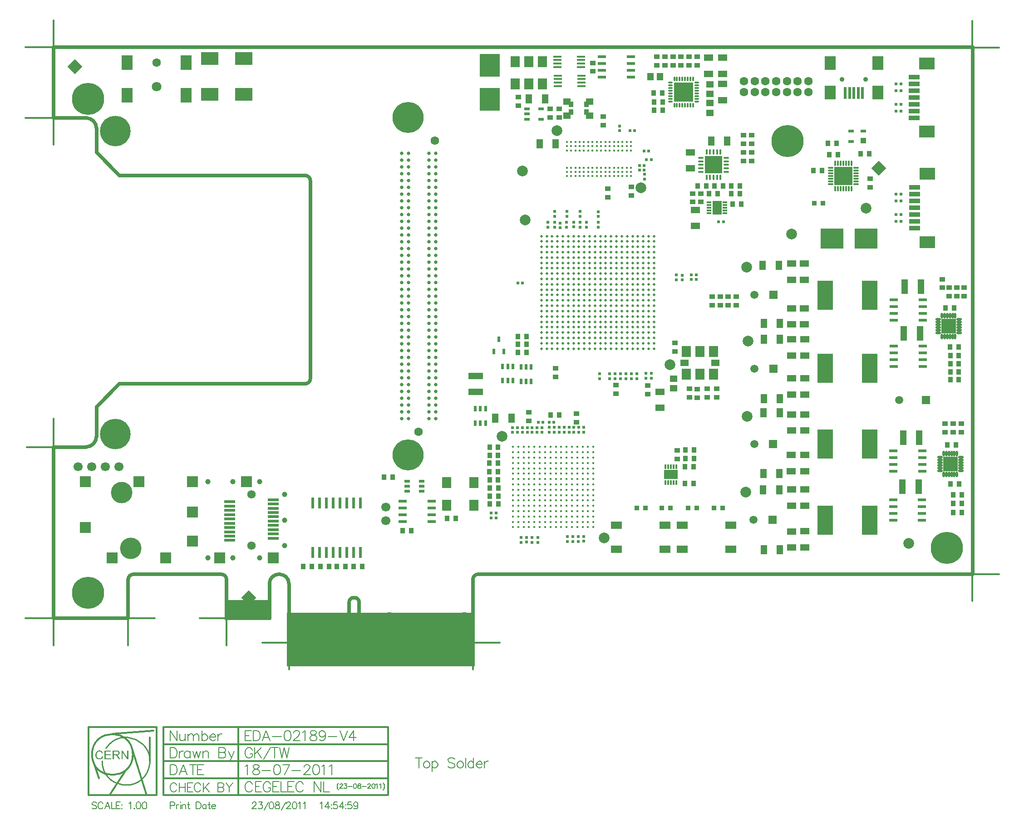
<source format=gbr>
%FSLAX24Y24*%
%MOIN*%
G70*
G01*
G75*
G04 Layer_Color=8388608*
%ADD10C,0.0400*%
%ADD11C,0.0080*%
%ADD12C,0.0100*%
%ADD13C,0.0150*%
%ADD14R,1.4189X0.2756*%
%ADD15R,0.3511X0.2756*%
%ADD16R,0.0800X0.0800*%
%ADD17R,0.0800X0.3200*%
%ADD18R,0.8400X0.2350*%
%ADD19R,0.4340X0.2360*%
%ADD20C,0.0250*%
%ADD21C,0.0120*%
%ADD22C,0.0070*%
%ADD23C,0.0050*%
%ADD24C,0.0709*%
%ADD25C,0.0571*%
G04:AMPARAMS|DCode=26|XSize=101.339mil|YSize=101.339mil|CornerRadius=0mil|HoleSize=0mil|Usage=FLASHONLY|Rotation=0.000|XOffset=0mil|YOffset=0mil|HoleType=Round|Shape=Relief|Width=20mil|Gap=10mil|Entries=4|*
%AMTHD26*
7,0,0,0.1013,0.0813,0.0200,45*
%
%ADD26THD26*%
G04:AMPARAMS|DCode=27|XSize=95.433mil|YSize=95.433mil|CornerRadius=0mil|HoleSize=0mil|Usage=FLASHONLY|Rotation=0.000|XOffset=0mil|YOffset=0mil|HoleType=Round|Shape=Relief|Width=20mil|Gap=10mil|Entries=4|*
%AMTHD27*
7,0,0,0.0954,0.0754,0.0200,45*
%
%ADD27THD27*%
%ADD28C,0.0551*%
%ADD29C,0.0807*%
G04:AMPARAMS|DCode=30|XSize=185.984mil|YSize=185.984mil|CornerRadius=0mil|HoleSize=0mil|Usage=FLASHONLY|Rotation=0.000|XOffset=0mil|YOffset=0mil|HoleType=Round|Shape=Relief|Width=20mil|Gap=10mil|Entries=4|*
%AMTHD30*
7,0,0,0.1860,0.1660,0.0200,45*
%
%ADD30THD30*%
G04:AMPARAMS|DCode=31|XSize=166.299mil|YSize=166.299mil|CornerRadius=0mil|HoleSize=0mil|Usage=FLASHONLY|Rotation=0.000|XOffset=0mil|YOffset=0mil|HoleType=Round|Shape=Relief|Width=20mil|Gap=10mil|Entries=4|*
%AMTHD31*
7,0,0,0.1663,0.1463,0.0200,45*
%
%ADD31THD31*%
%ADD32C,0.0827*%
%ADD33C,0.0906*%
%ADD34C,0.0610*%
G04:AMPARAMS|DCode=35|XSize=91.496mil|YSize=91.496mil|CornerRadius=0mil|HoleSize=0mil|Usage=FLASHONLY|Rotation=0.000|XOffset=0mil|YOffset=0mil|HoleType=Round|Shape=Relief|Width=20mil|Gap=10mil|Entries=4|*
%AMTHD35*
7,0,0,0.0915,0.0715,0.0200,45*
%
%ADD35THD35*%
%ADD36C,0.0512*%
G04:AMPARAMS|DCode=37|XSize=119.055mil|YSize=119.055mil|CornerRadius=0mil|HoleSize=0mil|Usage=FLASHONLY|Rotation=0.000|XOffset=0mil|YOffset=0mil|HoleType=Round|Shape=Relief|Width=20mil|Gap=10mil|Entries=4|*
%AMTHD37*
7,0,0,0.1191,0.0991,0.0200,45*
%
%ADD37THD37*%
G04:AMPARAMS|DCode=38|XSize=111.181mil|YSize=111.181mil|CornerRadius=0mil|HoleSize=0mil|Usage=FLASHONLY|Rotation=0.000|XOffset=0mil|YOffset=0mil|HoleType=Round|Shape=Relief|Width=20mil|Gap=10mil|Entries=4|*
%AMTHD38*
7,0,0,0.1112,0.0912,0.0200,45*
%
%ADD38THD38*%
%ADD39C,0.0276*%
%ADD40C,0.0335*%
%ADD41C,0.0079*%
%ADD42R,0.3539X0.2756*%
%ADD43R,1.4131X0.2756*%
%ADD44R,0.0800X0.0784*%
%ADD45R,0.8320X0.1950*%
%ADD46R,0.4420X0.2330*%
%ADD47R,0.5840X0.3720*%
%ADD48C,0.1457*%
%ADD49C,0.1260*%
%ADD50C,0.0787*%
%ADD51R,1.3810X0.3937*%
%ADD52R,0.3430X0.1500*%
%ADD53R,0.0787X0.0984*%
%ADD54R,0.0197X0.0906*%
%ADD55R,0.0787X0.0197*%
%ADD56R,0.0433X0.0236*%
%ADD57R,0.0236X0.0413*%
%ADD58R,0.0394X0.0394*%
%ADD59R,0.0394X0.0236*%
%ADD60R,0.0689X0.0984*%
%ADD61R,0.0335X0.0118*%
%ADD62R,0.0610X0.0236*%
%ADD63R,0.0236X0.0807*%
%ADD64C,0.0252*%
%ADD65O,0.0413X0.0138*%
%ADD66O,0.0138X0.0413*%
%ADD67R,0.1280X0.1280*%
%ADD68R,0.1398X0.1398*%
%ADD69O,0.0118X0.0354*%
%ADD70O,0.0354X0.0118*%
%ADD71R,0.1319X0.1319*%
%ADD72O,0.0413X0.0118*%
%ADD73O,0.0118X0.0413*%
%ADD74R,0.1059X0.1059*%
%ADD75O,0.0173X0.0409*%
%ADD76O,0.0409X0.0173*%
%ADD77R,0.0276X0.1575*%
%ADD78R,0.0276X0.1260*%
%ADD79R,0.0827X0.0551*%
%ADD80R,0.0709X0.0787*%
%ADD81R,0.0532X0.0492*%
%ADD82R,0.0669X0.0846*%
%ADD83R,0.0608X0.0512*%
%ADD84R,0.0354X0.0433*%
%ADD85R,0.0787X0.1063*%
%ADD86R,0.0354X0.0374*%
%ADD87R,0.1142X0.2126*%
%ADD88R,0.1500X0.1671*%
%ADD89R,0.1260X0.0965*%
%ADD90R,0.0453X0.1063*%
%ADD91C,0.0157*%
%ADD92C,0.0197*%
%ADD93C,0.0177*%
%ADD94R,0.0787X0.0354*%
%ADD95R,0.1671X0.1500*%
%ADD96R,0.0394X0.0354*%
%ADD97R,0.0394X0.0374*%
%ADD98R,0.0453X0.0709*%
%ADD99R,0.0709X0.0453*%
%ADD100R,0.1063X0.0453*%
%ADD101R,0.0244X0.0244*%
%ADD102R,0.0354X0.0394*%
%ADD103R,0.0374X0.0394*%
%ADD104R,0.0453X0.0571*%
%ADD105R,0.0571X0.0453*%
%ADD106R,0.0591X0.0177*%
%ADD107R,0.0236X0.0236*%
%ADD108P,0.1114X4X180.0*%
%ADD109R,0.0118X0.0335*%
%ADD110R,0.0984X0.0689*%
%ADD111R,0.0244X0.0244*%
%ADD112R,0.0236X0.0236*%
%ADD113R,0.0413X0.0236*%
%ADD114R,0.0236X0.0394*%
%ADD115C,0.0787*%
%ADD116C,0.0394*%
%ADD117R,0.0787X0.0787*%
%ADD118C,0.0354*%
%ADD119C,0.0614*%
%ADD120C,0.0630*%
%ADD121C,0.2362*%
%ADD122C,0.2244*%
%ADD123C,0.2283*%
%ADD124C,0.0669*%
%ADD125C,0.0591*%
%ADD126R,0.0591X0.0591*%
%ADD127R,0.1181X0.0866*%
%ADD128C,0.1575*%
G36*
X35074Y25290D02*
X35082D01*
X35102Y25289D01*
X35122Y25287D01*
X35144Y25283D01*
X35164Y25279D01*
X35174Y25276D01*
X35183Y25273D01*
X35184D01*
X35185Y25272D01*
X35190Y25271D01*
X35198Y25266D01*
X35208Y25259D01*
X35220Y25251D01*
X35231Y25240D01*
X35243Y25228D01*
X35254Y25212D01*
X35255Y25210D01*
X35258Y25204D01*
X35263Y25195D01*
X35267Y25184D01*
X35272Y25169D01*
X35277Y25152D01*
X35280Y25135D01*
X35281Y25115D01*
Y25114D01*
Y25112D01*
Y25108D01*
X35280Y25104D01*
Y25098D01*
X35279Y25091D01*
X35275Y25075D01*
X35270Y25057D01*
X35263Y25038D01*
X35251Y25019D01*
X35244Y25009D01*
X35236Y25000D01*
X35234Y24998D01*
X35231Y24996D01*
X35228Y24992D01*
X35224Y24989D01*
X35218Y24985D01*
X35211Y24981D01*
X35203Y24976D01*
X35194Y24971D01*
X35184Y24966D01*
X35173Y24961D01*
X35160Y24956D01*
X35147Y24951D01*
X35133Y24947D01*
X35117Y24945D01*
X35101Y24942D01*
X35103Y24941D01*
X35106Y24939D01*
X35112Y24936D01*
X35119Y24932D01*
X35136Y24921D01*
X35144Y24915D01*
X35151Y24909D01*
X35153Y24907D01*
X35158Y24904D01*
X35165Y24896D01*
X35174Y24886D01*
X35185Y24873D01*
X35196Y24859D01*
X35209Y24842D01*
X35222Y24824D01*
X35333Y24650D01*
X35226D01*
X35142Y24783D01*
Y24783D01*
X35140Y24785D01*
X35138Y24788D01*
X35136Y24792D01*
X35129Y24802D01*
X35120Y24815D01*
X35110Y24829D01*
X35100Y24844D01*
X35090Y24858D01*
X35080Y24870D01*
X35079Y24871D01*
X35076Y24875D01*
X35071Y24881D01*
X35066Y24888D01*
X35052Y24902D01*
X35045Y24908D01*
X35037Y24913D01*
X35036Y24914D01*
X35034Y24915D01*
X35030Y24917D01*
X35025Y24920D01*
X35014Y24926D01*
X34999Y24931D01*
X34998D01*
X34996Y24932D01*
X34992D01*
X34987Y24933D01*
X34981Y24934D01*
X34973D01*
X34963Y24935D01*
X34854D01*
Y24650D01*
X34769D01*
Y25291D01*
X35066D01*
X35074Y25290D01*
D02*
G37*
G36*
X34636Y25216D02*
X34257D01*
Y25019D01*
X34612D01*
Y24944D01*
X34257D01*
Y24725D01*
X34651D01*
Y24650D01*
X34172D01*
Y25291D01*
X34636D01*
Y25216D01*
D02*
G37*
G36*
X35917Y24650D02*
X35831D01*
X35494Y25153D01*
Y24650D01*
X35413D01*
Y25291D01*
X35499D01*
X35836Y24787D01*
Y25291D01*
X35917D01*
Y24650D01*
D02*
G37*
G36*
X33818Y25301D02*
X33826Y25300D01*
X33836Y25299D01*
X33846Y25298D01*
X33858Y25296D01*
X33884Y25290D01*
X33911Y25281D01*
X33924Y25275D01*
X33938Y25269D01*
X33951Y25261D01*
X33964Y25252D01*
X33965Y25251D01*
X33966Y25250D01*
X33969Y25247D01*
X33974Y25243D01*
X33979Y25238D01*
X33986Y25231D01*
X33993Y25225D01*
X34000Y25217D01*
X34007Y25207D01*
X34014Y25197D01*
X34022Y25186D01*
X34030Y25173D01*
X34037Y25160D01*
X34044Y25146D01*
X34055Y25114D01*
X33971Y25095D01*
Y25096D01*
X33970Y25098D01*
X33969Y25102D01*
X33967Y25107D01*
X33965Y25112D01*
X33962Y25119D01*
X33955Y25134D01*
X33946Y25150D01*
X33934Y25168D01*
X33922Y25184D01*
X33906Y25197D01*
X33904Y25198D01*
X33898Y25202D01*
X33889Y25207D01*
X33877Y25214D01*
X33862Y25220D01*
X33843Y25225D01*
X33823Y25229D01*
X33800Y25230D01*
X33793D01*
X33788Y25229D01*
X33781D01*
X33774Y25228D01*
X33757Y25225D01*
X33737Y25221D01*
X33717Y25214D01*
X33696Y25205D01*
X33677Y25193D01*
X33676D01*
X33675Y25191D01*
X33669Y25187D01*
X33660Y25179D01*
X33649Y25168D01*
X33639Y25154D01*
X33627Y25139D01*
X33616Y25119D01*
X33607Y25098D01*
Y25097D01*
X33606Y25095D01*
X33605Y25092D01*
X33604Y25087D01*
X33602Y25082D01*
X33601Y25075D01*
X33598Y25060D01*
X33594Y25041D01*
X33591Y25021D01*
X33589Y24998D01*
X33588Y24975D01*
Y24974D01*
Y24971D01*
Y24967D01*
Y24961D01*
X33589Y24954D01*
Y24945D01*
X33590Y24937D01*
X33591Y24927D01*
X33594Y24905D01*
X33598Y24880D01*
X33603Y24856D01*
X33611Y24832D01*
Y24831D01*
X33612Y24829D01*
X33614Y24826D01*
X33616Y24823D01*
X33621Y24811D01*
X33629Y24798D01*
X33640Y24783D01*
X33652Y24768D01*
X33667Y24753D01*
X33684Y24741D01*
X33685D01*
X33686Y24740D01*
X33689Y24738D01*
X33693Y24736D01*
X33704Y24732D01*
X33718Y24726D01*
X33733Y24721D01*
X33752Y24716D01*
X33772Y24712D01*
X33794Y24711D01*
X33801D01*
X33805Y24712D01*
X33811D01*
X33819Y24713D01*
X33836Y24716D01*
X33854Y24721D01*
X33875Y24729D01*
X33894Y24739D01*
X33914Y24752D01*
X33915Y24753D01*
X33916Y24754D01*
X33922Y24760D01*
X33930Y24770D01*
X33941Y24783D01*
X33952Y24800D01*
X33964Y24821D01*
X33973Y24846D01*
X33981Y24874D01*
X34066Y24853D01*
Y24852D01*
X34065Y24848D01*
X34063Y24843D01*
X34061Y24835D01*
X34057Y24827D01*
X34053Y24817D01*
X34049Y24806D01*
X34044Y24794D01*
X34031Y24768D01*
X34013Y24742D01*
X33994Y24716D01*
X33982Y24704D01*
X33969Y24694D01*
X33968Y24693D01*
X33966Y24692D01*
X33963Y24689D01*
X33957Y24685D01*
X33950Y24681D01*
X33942Y24676D01*
X33933Y24671D01*
X33923Y24666D01*
X33911Y24661D01*
X33898Y24657D01*
X33884Y24652D01*
X33869Y24648D01*
X33837Y24641D01*
X33819Y24640D01*
X33801Y24639D01*
X33791D01*
X33783Y24640D01*
X33774D01*
X33764Y24641D01*
X33753Y24643D01*
X33741Y24644D01*
X33714Y24650D01*
X33685Y24657D01*
X33658Y24667D01*
X33644Y24673D01*
X33632Y24681D01*
X33631Y24682D01*
X33629Y24683D01*
X33626Y24686D01*
X33621Y24689D01*
X33609Y24699D01*
X33596Y24712D01*
X33579Y24729D01*
X33563Y24750D01*
X33547Y24775D01*
X33533Y24803D01*
Y24804D01*
X33532Y24807D01*
X33530Y24811D01*
X33528Y24817D01*
X33525Y24824D01*
X33522Y24833D01*
X33519Y24843D01*
X33517Y24855D01*
X33514Y24866D01*
X33511Y24880D01*
X33505Y24909D01*
X33501Y24941D01*
X33500Y24975D01*
Y24976D01*
Y24980D01*
Y24985D01*
X33501Y24991D01*
Y25000D01*
X33502Y25011D01*
X33503Y25022D01*
X33505Y25034D01*
X33510Y25062D01*
X33516Y25091D01*
X33525Y25121D01*
X33538Y25149D01*
Y25150D01*
X33540Y25152D01*
X33542Y25156D01*
X33545Y25162D01*
X33549Y25168D01*
X33554Y25175D01*
X33566Y25191D01*
X33581Y25210D01*
X33599Y25229D01*
X33622Y25247D01*
X33646Y25263D01*
X33647D01*
X33649Y25265D01*
X33653Y25267D01*
X33659Y25269D01*
X33665Y25271D01*
X33673Y25275D01*
X33682Y25278D01*
X33692Y25282D01*
X33703Y25286D01*
X33715Y25289D01*
X33741Y25296D01*
X33770Y25300D01*
X33802Y25302D01*
X33811D01*
X33818Y25301D01*
D02*
G37*
%LPC*%
G36*
X35056Y25220D02*
X34854D01*
Y25008D01*
X35045D01*
X35056Y25009D01*
X35068Y25010D01*
X35083Y25011D01*
X35099Y25013D01*
X35113Y25016D01*
X35126Y25020D01*
X35128Y25021D01*
X35132Y25022D01*
X35138Y25025D01*
X35144Y25028D01*
X35152Y25034D01*
X35161Y25041D01*
X35169Y25049D01*
X35176Y25058D01*
X35177Y25059D01*
X35179Y25063D01*
X35182Y25068D01*
X35185Y25075D01*
X35187Y25083D01*
X35190Y25093D01*
X35192Y25104D01*
X35193Y25115D01*
Y25116D01*
Y25117D01*
Y25123D01*
X35191Y25131D01*
X35189Y25142D01*
X35185Y25153D01*
X35180Y25166D01*
X35171Y25179D01*
X35160Y25190D01*
X35158Y25191D01*
X35154Y25195D01*
X35145Y25200D01*
X35135Y25205D01*
X35120Y25211D01*
X35103Y25215D01*
X35081Y25219D01*
X35056Y25220D01*
D02*
G37*
%LPD*%
D12*
X34000Y24503D02*
G03*
X34281Y25450I1750J-3D01*
G01*
D20*
X52874Y36161D02*
G03*
X52126Y36161I-374J0D01*
G01*
X47716Y37529D02*
G03*
X46279Y37529I-719J0D01*
G01*
X33583Y71004D02*
G03*
X32795Y71791I-787J0D01*
G01*
Y47598D02*
G03*
X33583Y48386I0J787D01*
G01*
X49291Y67165D02*
G03*
X48898Y67559I-394J0D01*
G01*
Y52244D02*
G03*
X49291Y52638I0J394D01*
G01*
X36299Y38248D02*
G03*
X35905Y37854I0J-394D01*
G01*
X43130D02*
G03*
X42736Y38248I-394J0D01*
G01*
X61614D02*
G03*
X61220Y37854I0J-394D01*
G01*
X30433Y35000D02*
X35905D01*
X97913Y38248D02*
Y76988D01*
X61024Y33228D02*
X61220Y33425D01*
X53071Y33228D02*
X61024D01*
X52874Y33425D02*
X53071Y33228D01*
X52874Y33425D02*
Y36161D01*
X51929Y33228D02*
X52126Y33425D01*
X47913Y33228D02*
X51929D01*
X47716Y33425D02*
X47913Y33228D01*
X47716Y33425D02*
Y37529D01*
X46279Y35000D02*
Y37529D01*
X43130Y35000D02*
X46279D01*
X52126Y33425D02*
Y36161D01*
X30433Y71791D02*
X32795D01*
X30433Y47598D02*
X32795D01*
X30433Y35000D02*
Y47598D01*
Y76988D02*
X97913D01*
X30433Y71791D02*
Y76988D01*
X33583Y69252D02*
Y71004D01*
Y69252D02*
X35276Y67559D01*
X49291Y52638D02*
Y67165D01*
X35905Y35000D02*
Y37854D01*
X36299Y38248D02*
X42736D01*
X43130Y35000D02*
Y37854D01*
X61220Y33425D02*
Y37854D01*
X61614Y38248D02*
X97904D01*
X35276Y67559D02*
X48898D01*
X35276Y52244D02*
X48898D01*
X33583Y50551D02*
X35276Y52244D01*
X33583Y48386D02*
Y50551D01*
D21*
X30433Y33031D02*
Y35000D01*
X28346D02*
X30433D01*
X97884Y38253D02*
X99852D01*
X45748Y33228D02*
X47716D01*
X41161Y35000D02*
X43130D01*
Y33031D02*
Y35000D01*
X97898Y76954D02*
X99866D01*
X97898D02*
Y78923D01*
X30433Y76988D02*
Y78956D01*
X28346Y76988D02*
X30433D01*
X47716Y31260D02*
Y33228D01*
X61220Y31260D02*
Y33229D01*
X63189D01*
X97884Y36284D02*
Y38253D01*
X35905Y33031D02*
Y35000D01*
X37874D01*
X30433Y47598D02*
Y49685D01*
X28465Y47598D02*
X30433D01*
X28346Y71791D02*
X30433D01*
Y69823D02*
Y71791D01*
X46811Y67559D02*
X48898D01*
X49291Y65197D02*
Y67165D01*
Y52638D02*
Y54606D01*
X46929Y52244D02*
X48898D01*
X36250Y25000D02*
G03*
X36250Y25000I-1500J0D01*
G01*
X38500Y27000D02*
X55000D01*
X38500Y25750D02*
X55000D01*
X38500Y24500D02*
X55000D01*
X38500Y23250D02*
X55000D01*
X38500Y22000D02*
X55000D01*
Y27000D01*
X36220Y25300D02*
X37250Y22000D01*
X33000Y27000D02*
X38000D01*
X34750Y26500D02*
X37750Y26750D01*
X33000Y22000D02*
X38000D01*
X44000D02*
Y27000D01*
X38000Y22000D02*
Y27000D01*
X38500Y22000D02*
Y27000D01*
X37500Y24500D02*
Y26250D01*
X33000Y22000D02*
Y27000D01*
X34550Y22050D02*
X35760Y23890D01*
X33350Y24460D02*
X33750Y23250D01*
D22*
X57250Y24750D02*
Y24000D01*
X57000Y24750D02*
X57500D01*
X57768Y24500D02*
X57696Y24464D01*
X57625Y24393D01*
X57589Y24286D01*
Y24214D01*
X57625Y24107D01*
X57696Y24036D01*
X57768Y24000D01*
X57875D01*
X57946Y24036D01*
X58018Y24107D01*
X58053Y24214D01*
Y24286D01*
X58018Y24393D01*
X57946Y24464D01*
X57875Y24500D01*
X57768D01*
X58218D02*
Y23750D01*
Y24393D02*
X58289Y24464D01*
X58360Y24500D01*
X58468D01*
X58539Y24464D01*
X58610Y24393D01*
X58646Y24286D01*
Y24214D01*
X58610Y24107D01*
X58539Y24036D01*
X58468Y24000D01*
X58360D01*
X58289Y24036D01*
X58218Y24107D01*
X59896Y24643D02*
X59824Y24714D01*
X59717Y24750D01*
X59574D01*
X59467Y24714D01*
X59396Y24643D01*
Y24571D01*
X59432Y24500D01*
X59467Y24464D01*
X59539Y24428D01*
X59753Y24357D01*
X59824Y24321D01*
X59860Y24286D01*
X59896Y24214D01*
Y24107D01*
X59824Y24036D01*
X59717Y24000D01*
X59574D01*
X59467Y24036D01*
X59396Y24107D01*
X60242Y24500D02*
X60171Y24464D01*
X60099Y24393D01*
X60064Y24286D01*
Y24214D01*
X60099Y24107D01*
X60171Y24036D01*
X60242Y24000D01*
X60349D01*
X60421Y24036D01*
X60492Y24107D01*
X60528Y24214D01*
Y24286D01*
X60492Y24393D01*
X60421Y24464D01*
X60349Y24500D01*
X60242D01*
X60692Y24750D02*
Y24000D01*
X61278Y24750D02*
Y24000D01*
Y24393D02*
X61206Y24464D01*
X61135Y24500D01*
X61028D01*
X60956Y24464D01*
X60885Y24393D01*
X60849Y24286D01*
Y24214D01*
X60885Y24107D01*
X60956Y24036D01*
X61028Y24000D01*
X61135D01*
X61206Y24036D01*
X61278Y24107D01*
X61478Y24286D02*
X61906D01*
Y24357D01*
X61870Y24428D01*
X61835Y24464D01*
X61763Y24500D01*
X61656D01*
X61585Y24464D01*
X61513Y24393D01*
X61478Y24286D01*
Y24214D01*
X61513Y24107D01*
X61585Y24036D01*
X61656Y24000D01*
X61763D01*
X61835Y24036D01*
X61906Y24107D01*
X62067Y24500D02*
Y24000D01*
Y24286D02*
X62102Y24393D01*
X62174Y24464D01*
X62245Y24500D01*
X62352D01*
X57250Y24750D02*
Y24000D01*
X57000Y24750D02*
X57500D01*
X57768Y24500D02*
X57696Y24464D01*
X57625Y24393D01*
X57589Y24285D01*
Y24214D01*
X57625Y24107D01*
X57696Y24035D01*
X57768Y24000D01*
X57875D01*
X57946Y24035D01*
X58018Y24107D01*
X58053Y24214D01*
Y24285D01*
X58018Y24393D01*
X57946Y24464D01*
X57875Y24500D01*
X57768D01*
X58218D02*
Y23750D01*
Y24393D02*
X58289Y24464D01*
X58360Y24500D01*
X58467D01*
X58539Y24464D01*
X58610Y24393D01*
X58646Y24285D01*
Y24214D01*
X58610Y24107D01*
X58539Y24035D01*
X58467Y24000D01*
X58360D01*
X58289Y24035D01*
X58218Y24107D01*
X59896Y24643D02*
X59824Y24714D01*
X59717Y24750D01*
X59574D01*
X59467Y24714D01*
X59396Y24643D01*
Y24571D01*
X59432Y24500D01*
X59467Y24464D01*
X59539Y24428D01*
X59753Y24357D01*
X59824Y24321D01*
X59860Y24285D01*
X59896Y24214D01*
Y24107D01*
X59824Y24035D01*
X59717Y24000D01*
X59574D01*
X59467Y24035D01*
X59396Y24107D01*
X60242Y24500D02*
X60171Y24464D01*
X60099Y24393D01*
X60064Y24285D01*
Y24214D01*
X60099Y24107D01*
X60171Y24035D01*
X60242Y24000D01*
X60349D01*
X60421Y24035D01*
X60492Y24107D01*
X60528Y24214D01*
Y24285D01*
X60492Y24393D01*
X60421Y24464D01*
X60349Y24500D01*
X60242D01*
X60692Y24750D02*
Y24000D01*
X61278Y24750D02*
Y24000D01*
Y24393D02*
X61206Y24464D01*
X61135Y24500D01*
X61028D01*
X60956Y24464D01*
X60885Y24393D01*
X60849Y24285D01*
Y24214D01*
X60885Y24107D01*
X60956Y24035D01*
X61028Y24000D01*
X61135D01*
X61206Y24035D01*
X61278Y24107D01*
X61478Y24285D02*
X61906D01*
Y24357D01*
X61870Y24428D01*
X61835Y24464D01*
X61763Y24500D01*
X61656D01*
X61585Y24464D01*
X61513Y24393D01*
X61478Y24285D01*
Y24214D01*
X61513Y24107D01*
X61585Y24035D01*
X61656Y24000D01*
X61763D01*
X61835Y24035D01*
X61906Y24107D01*
X62067Y24500D02*
Y24000D01*
Y24285D02*
X62102Y24393D01*
X62174Y24464D01*
X62245Y24500D01*
X62352D01*
X45036Y22821D02*
X45000Y22892D01*
X44928Y22964D01*
X44857Y23000D01*
X44714D01*
X44643Y22964D01*
X44571Y22892D01*
X44536Y22821D01*
X44500Y22714D01*
Y22535D01*
X44536Y22428D01*
X44571Y22357D01*
X44643Y22285D01*
X44714Y22250D01*
X44857D01*
X44928Y22285D01*
X45000Y22357D01*
X45036Y22428D01*
X45710Y23000D02*
X45246D01*
Y22250D01*
X45710D01*
X45246Y22643D02*
X45532D01*
X46371Y22821D02*
X46335Y22892D01*
X46264Y22964D01*
X46192Y23000D01*
X46050D01*
X45978Y22964D01*
X45907Y22892D01*
X45871Y22821D01*
X45835Y22714D01*
Y22535D01*
X45871Y22428D01*
X45907Y22357D01*
X45978Y22285D01*
X46050Y22250D01*
X46192D01*
X46264Y22285D01*
X46335Y22357D01*
X46371Y22428D01*
Y22535D01*
X46192D02*
X46371D01*
X47007Y23000D02*
X46542D01*
Y22250D01*
X47007D01*
X46542Y22643D02*
X46828D01*
X47132Y23000D02*
Y22250D01*
X47560D01*
X48106Y23000D02*
X47642D01*
Y22250D01*
X48106D01*
X47642Y22643D02*
X47928D01*
X48767Y22821D02*
X48731Y22892D01*
X48660Y22964D01*
X48588Y23000D01*
X48446D01*
X48374Y22964D01*
X48303Y22892D01*
X48267Y22821D01*
X48231Y22714D01*
Y22535D01*
X48267Y22428D01*
X48303Y22357D01*
X48374Y22285D01*
X48446Y22250D01*
X48588D01*
X48660Y22285D01*
X48731Y22357D01*
X48767Y22428D01*
X49567Y23000D02*
Y22250D01*
Y23000D02*
X50067Y22250D01*
Y23000D02*
Y22250D01*
X50274Y23000D02*
Y22250D01*
X50702D01*
X45036Y25321D02*
X45000Y25392D01*
X44928Y25464D01*
X44857Y25500D01*
X44714D01*
X44643Y25464D01*
X44571Y25392D01*
X44536Y25321D01*
X44500Y25214D01*
Y25035D01*
X44536Y24928D01*
X44571Y24857D01*
X44643Y24785D01*
X44714Y24750D01*
X44857D01*
X44928Y24785D01*
X45000Y24857D01*
X45036Y24928D01*
Y25035D01*
X44857D02*
X45036D01*
X45207Y25500D02*
Y24750D01*
X45707Y25500D02*
X45207Y25000D01*
X45385Y25178D02*
X45707Y24750D01*
X45875Y24643D02*
X46375Y25500D01*
X46674D02*
Y24750D01*
X46425Y25500D02*
X46924D01*
X47014D02*
X47192Y24750D01*
X47371Y25500D02*
X47192Y24750D01*
X47371Y25500D02*
X47549Y24750D01*
X47728Y25500D02*
X47549Y24750D01*
X44500Y24107D02*
X44571Y24142D01*
X44678Y24250D01*
Y23500D01*
X45228Y24250D02*
X45121Y24214D01*
X45086Y24142D01*
Y24071D01*
X45121Y24000D01*
X45193Y23964D01*
X45335Y23928D01*
X45443Y23893D01*
X45514Y23821D01*
X45550Y23750D01*
Y23643D01*
X45514Y23571D01*
X45478Y23535D01*
X45371Y23500D01*
X45228D01*
X45121Y23535D01*
X45086Y23571D01*
X45050Y23643D01*
Y23750D01*
X45086Y23821D01*
X45157Y23893D01*
X45264Y23928D01*
X45407Y23964D01*
X45478Y24000D01*
X45514Y24071D01*
Y24142D01*
X45478Y24214D01*
X45371Y24250D01*
X45228D01*
X45718Y23821D02*
X46360D01*
X46796Y24250D02*
X46689Y24214D01*
X46617Y24107D01*
X46582Y23928D01*
Y23821D01*
X46617Y23643D01*
X46689Y23535D01*
X46796Y23500D01*
X46867D01*
X46974Y23535D01*
X47046Y23643D01*
X47082Y23821D01*
Y23928D01*
X47046Y24107D01*
X46974Y24214D01*
X46867Y24250D01*
X46796D01*
X47749D02*
X47392Y23500D01*
X47249Y24250D02*
X47749D01*
X47917Y23821D02*
X48560D01*
X48817Y24071D02*
Y24107D01*
X48853Y24178D01*
X48888Y24214D01*
X48960Y24250D01*
X49103D01*
X49174Y24214D01*
X49210Y24178D01*
X49245Y24107D01*
Y24035D01*
X49210Y23964D01*
X49138Y23857D01*
X48781Y23500D01*
X49281D01*
X49663Y24250D02*
X49556Y24214D01*
X49485Y24107D01*
X49449Y23928D01*
Y23821D01*
X49485Y23643D01*
X49556Y23535D01*
X49663Y23500D01*
X49735D01*
X49842Y23535D01*
X49913Y23643D01*
X49949Y23821D01*
Y23928D01*
X49913Y24107D01*
X49842Y24214D01*
X49735Y24250D01*
X49663D01*
X50117Y24107D02*
X50188Y24142D01*
X50295Y24250D01*
Y23500D01*
X50666Y24107D02*
X50738Y24142D01*
X50845Y24250D01*
Y23500D01*
X44964Y26750D02*
X44500D01*
Y26000D01*
X44964D01*
X44500Y26393D02*
X44786D01*
X45089Y26750D02*
Y26000D01*
Y26750D02*
X45339D01*
X45446Y26714D01*
X45518Y26642D01*
X45553Y26571D01*
X45589Y26464D01*
Y26285D01*
X45553Y26178D01*
X45518Y26107D01*
X45446Y26035D01*
X45339Y26000D01*
X45089D01*
X46328D02*
X46042Y26750D01*
X45757Y26000D01*
X45864Y26250D02*
X46221D01*
X46503Y26321D02*
X47146D01*
X47581Y26750D02*
X47474Y26714D01*
X47403Y26607D01*
X47367Y26428D01*
Y26321D01*
X47403Y26143D01*
X47474Y26035D01*
X47581Y26000D01*
X47653D01*
X47760Y26035D01*
X47831Y26143D01*
X47867Y26321D01*
Y26428D01*
X47831Y26607D01*
X47760Y26714D01*
X47653Y26750D01*
X47581D01*
X48071Y26571D02*
Y26607D01*
X48106Y26678D01*
X48142Y26714D01*
X48213Y26750D01*
X48356D01*
X48428Y26714D01*
X48463Y26678D01*
X48499Y26607D01*
Y26535D01*
X48463Y26464D01*
X48392Y26357D01*
X48035Y26000D01*
X48535D01*
X48703Y26607D02*
X48774Y26642D01*
X48881Y26750D01*
Y26000D01*
X49431Y26750D02*
X49324Y26714D01*
X49288Y26642D01*
Y26571D01*
X49324Y26500D01*
X49395Y26464D01*
X49538Y26428D01*
X49645Y26393D01*
X49717Y26321D01*
X49752Y26250D01*
Y26143D01*
X49717Y26071D01*
X49681Y26035D01*
X49574Y26000D01*
X49431D01*
X49324Y26035D01*
X49288Y26071D01*
X49252Y26143D01*
Y26250D01*
X49288Y26321D01*
X49360Y26393D01*
X49467Y26428D01*
X49610Y26464D01*
X49681Y26500D01*
X49717Y26571D01*
Y26642D01*
X49681Y26714D01*
X49574Y26750D01*
X49431D01*
X50384Y26500D02*
X50349Y26393D01*
X50277Y26321D01*
X50170Y26285D01*
X50134D01*
X50027Y26321D01*
X49956Y26393D01*
X49920Y26500D01*
Y26535D01*
X49956Y26642D01*
X50027Y26714D01*
X50134Y26750D01*
X50170D01*
X50277Y26714D01*
X50349Y26642D01*
X50384Y26500D01*
Y26321D01*
X50349Y26143D01*
X50277Y26035D01*
X50170Y26000D01*
X50099D01*
X49992Y26035D01*
X49956Y26107D01*
X50588Y26321D02*
X51231D01*
X51452Y26750D02*
X51738Y26000D01*
X52023Y26750D02*
X51738Y26000D01*
X52477Y26750D02*
X52120Y26250D01*
X52655D01*
X52477Y26750D02*
Y26000D01*
X39000Y26750D02*
Y26000D01*
Y26750D02*
X39500Y26000D01*
Y26750D02*
Y26000D01*
X39707Y26500D02*
Y26143D01*
X39743Y26035D01*
X39814Y26000D01*
X39921D01*
X39993Y26035D01*
X40100Y26143D01*
Y26500D02*
Y26000D01*
X40296Y26500D02*
Y26000D01*
Y26357D02*
X40403Y26464D01*
X40475Y26500D01*
X40582D01*
X40653Y26464D01*
X40689Y26357D01*
Y26000D01*
Y26357D02*
X40796Y26464D01*
X40867Y26500D01*
X40974D01*
X41046Y26464D01*
X41082Y26357D01*
Y26000D01*
X41317Y26750D02*
Y26000D01*
Y26393D02*
X41389Y26464D01*
X41460Y26500D01*
X41567D01*
X41639Y26464D01*
X41710Y26393D01*
X41746Y26285D01*
Y26214D01*
X41710Y26107D01*
X41639Y26035D01*
X41567Y26000D01*
X41460D01*
X41389Y26035D01*
X41317Y26107D01*
X41906Y26285D02*
X42335D01*
Y26357D01*
X42299Y26428D01*
X42264Y26464D01*
X42192Y26500D01*
X42085D01*
X42014Y26464D01*
X41942Y26393D01*
X41906Y26285D01*
Y26214D01*
X41942Y26107D01*
X42014Y26035D01*
X42085Y26000D01*
X42192D01*
X42264Y26035D01*
X42335Y26107D01*
X42496Y26500D02*
Y26000D01*
Y26285D02*
X42531Y26393D01*
X42603Y26464D01*
X42674Y26500D01*
X42781D01*
X39000Y24250D02*
Y23500D01*
Y24250D02*
X39250D01*
X39357Y24214D01*
X39428Y24142D01*
X39464Y24071D01*
X39500Y23964D01*
Y23785D01*
X39464Y23678D01*
X39428Y23607D01*
X39357Y23535D01*
X39250Y23500D01*
X39000D01*
X40239D02*
X39953Y24250D01*
X39668Y23500D01*
X39775Y23750D02*
X40132D01*
X40664Y24250D02*
Y23500D01*
X40414Y24250D02*
X40914D01*
X41467D02*
X41003D01*
Y23500D01*
X41467D01*
X41003Y23893D02*
X41289D01*
X39000Y25500D02*
Y24750D01*
Y25500D02*
X39250D01*
X39357Y25464D01*
X39428Y25392D01*
X39464Y25321D01*
X39500Y25214D01*
Y25035D01*
X39464Y24928D01*
X39428Y24857D01*
X39357Y24785D01*
X39250Y24750D01*
X39000D01*
X39668Y25250D02*
Y24750D01*
Y25035D02*
X39703Y25143D01*
X39775Y25214D01*
X39846Y25250D01*
X39953D01*
X40450D02*
Y24750D01*
Y25143D02*
X40378Y25214D01*
X40307Y25250D01*
X40200D01*
X40128Y25214D01*
X40057Y25143D01*
X40021Y25035D01*
Y24964D01*
X40057Y24857D01*
X40128Y24785D01*
X40200Y24750D01*
X40307D01*
X40378Y24785D01*
X40450Y24857D01*
X40650Y25250D02*
X40792Y24750D01*
X40935Y25250D02*
X40792Y24750D01*
X40935Y25250D02*
X41078Y24750D01*
X41221Y25250D02*
X41078Y24750D01*
X41396Y25250D02*
Y24750D01*
Y25107D02*
X41503Y25214D01*
X41574Y25250D01*
X41681D01*
X41753Y25214D01*
X41789Y25107D01*
Y24750D01*
X42574Y25500D02*
Y24750D01*
Y25500D02*
X42896D01*
X43003Y25464D01*
X43038Y25428D01*
X43074Y25357D01*
Y25285D01*
X43038Y25214D01*
X43003Y25178D01*
X42896Y25143D01*
X42574D02*
X42896D01*
X43003Y25107D01*
X43038Y25071D01*
X43074Y25000D01*
Y24893D01*
X43038Y24821D01*
X43003Y24785D01*
X42896Y24750D01*
X42574D01*
X43278Y25250D02*
X43492Y24750D01*
X43706Y25250D02*
X43492Y24750D01*
X43420Y24607D01*
X43349Y24536D01*
X43278Y24500D01*
X43242D01*
X39464Y22745D02*
X39433Y22807D01*
X39371Y22869D01*
X39309Y22900D01*
X39186D01*
X39124Y22869D01*
X39062Y22807D01*
X39031Y22745D01*
X39000Y22652D01*
Y22497D01*
X39031Y22405D01*
X39062Y22343D01*
X39124Y22281D01*
X39186Y22250D01*
X39309D01*
X39371Y22281D01*
X39433Y22343D01*
X39464Y22405D01*
X39647Y22900D02*
Y22250D01*
X40080Y22900D02*
Y22250D01*
X39647Y22590D02*
X40080D01*
X40662Y22900D02*
X40259D01*
Y22250D01*
X40662D01*
X40259Y22590D02*
X40507D01*
X41234Y22745D02*
X41203Y22807D01*
X41141Y22869D01*
X41079Y22900D01*
X40956D01*
X40894Y22869D01*
X40832Y22807D01*
X40801Y22745D01*
X40770Y22652D01*
Y22497D01*
X40801Y22405D01*
X40832Y22343D01*
X40894Y22281D01*
X40956Y22250D01*
X41079D01*
X41141Y22281D01*
X41203Y22343D01*
X41234Y22405D01*
X41417Y22900D02*
Y22250D01*
X41850Y22900D02*
X41417Y22466D01*
X41572Y22621D02*
X41850Y22250D01*
X42506Y22900D02*
Y22250D01*
Y22900D02*
X42785D01*
X42877Y22869D01*
X42908Y22838D01*
X42939Y22776D01*
Y22714D01*
X42908Y22652D01*
X42877Y22621D01*
X42785Y22590D01*
X42506D02*
X42785D01*
X42877Y22559D01*
X42908Y22528D01*
X42939Y22466D01*
Y22374D01*
X42908Y22312D01*
X42877Y22281D01*
X42785Y22250D01*
X42506D01*
X43085Y22900D02*
X43332Y22590D01*
Y22250D01*
X43580Y22900D02*
X43332Y22590D01*
D23*
X33583Y21428D02*
X33536Y21476D01*
X33464Y21500D01*
X33369D01*
X33298Y21476D01*
X33250Y21428D01*
Y21381D01*
X33274Y21333D01*
X33298Y21309D01*
X33345Y21286D01*
X33488Y21238D01*
X33536Y21214D01*
X33559Y21190D01*
X33583Y21143D01*
Y21071D01*
X33536Y21024D01*
X33464Y21000D01*
X33369D01*
X33298Y21024D01*
X33250Y21071D01*
X34052Y21381D02*
X34028Y21428D01*
X33981Y21476D01*
X33933Y21500D01*
X33838D01*
X33790Y21476D01*
X33743Y21428D01*
X33719Y21381D01*
X33695Y21309D01*
Y21190D01*
X33719Y21119D01*
X33743Y21071D01*
X33790Y21024D01*
X33838Y21000D01*
X33933D01*
X33981Y21024D01*
X34028Y21071D01*
X34052Y21119D01*
X34574Y21000D02*
X34383Y21500D01*
X34193Y21000D01*
X34264Y21167D02*
X34502D01*
X34690Y21500D02*
Y21000D01*
X34976D01*
X35340Y21500D02*
X35031D01*
Y21000D01*
X35340D01*
X35031Y21262D02*
X35221D01*
X35447Y21333D02*
X35423Y21309D01*
X35447Y21286D01*
X35471Y21309D01*
X35447Y21333D01*
Y21048D02*
X35423Y21024D01*
X35447Y21000D01*
X35471Y21024D01*
X35447Y21048D01*
X35973Y21405D02*
X36021Y21428D01*
X36092Y21500D01*
Y21000D01*
X36364Y21048D02*
X36340Y21024D01*
X36364Y21000D01*
X36387Y21024D01*
X36364Y21048D01*
X36640Y21500D02*
X36568Y21476D01*
X36521Y21405D01*
X36497Y21286D01*
Y21214D01*
X36521Y21095D01*
X36568Y21024D01*
X36640Y21000D01*
X36687D01*
X36759Y21024D01*
X36806Y21095D01*
X36830Y21214D01*
Y21286D01*
X36806Y21405D01*
X36759Y21476D01*
X36687Y21500D01*
X36640D01*
X37085D02*
X37013Y21476D01*
X36966Y21405D01*
X36942Y21286D01*
Y21214D01*
X36966Y21095D01*
X37013Y21024D01*
X37085Y21000D01*
X37132D01*
X37204Y21024D01*
X37252Y21095D01*
X37275Y21214D01*
Y21286D01*
X37252Y21405D01*
X37204Y21476D01*
X37132Y21500D01*
X37085D01*
X39000Y21238D02*
X39214D01*
X39286Y21262D01*
X39309Y21285D01*
X39333Y21333D01*
Y21404D01*
X39309Y21452D01*
X39286Y21476D01*
X39214Y21500D01*
X39000D01*
Y21000D01*
X39445Y21333D02*
Y21000D01*
Y21190D02*
X39469Y21262D01*
X39516Y21309D01*
X39564Y21333D01*
X39636D01*
X39728Y21500D02*
X39752Y21476D01*
X39776Y21500D01*
X39752Y21523D01*
X39728Y21500D01*
X39752Y21333D02*
Y21000D01*
X39864Y21333D02*
Y21000D01*
Y21238D02*
X39935Y21309D01*
X39983Y21333D01*
X40054D01*
X40102Y21309D01*
X40126Y21238D01*
Y21000D01*
X40328Y21500D02*
Y21095D01*
X40352Y21024D01*
X40400Y21000D01*
X40447D01*
X40257Y21333D02*
X40423D01*
X40911Y21500D02*
Y21000D01*
Y21500D02*
X41078D01*
X41149Y21476D01*
X41197Y21428D01*
X41221Y21381D01*
X41245Y21309D01*
Y21190D01*
X41221Y21119D01*
X41197Y21071D01*
X41149Y21024D01*
X41078Y21000D01*
X40911D01*
X41642Y21333D02*
Y21000D01*
Y21262D02*
X41595Y21309D01*
X41547Y21333D01*
X41476D01*
X41428Y21309D01*
X41380Y21262D01*
X41357Y21190D01*
Y21143D01*
X41380Y21071D01*
X41428Y21024D01*
X41476Y21000D01*
X41547D01*
X41595Y21024D01*
X41642Y21071D01*
X41847Y21500D02*
Y21095D01*
X41871Y21024D01*
X41918Y21000D01*
X41966D01*
X41776Y21333D02*
X41942D01*
X42037Y21190D02*
X42323D01*
Y21238D01*
X42299Y21285D01*
X42275Y21309D01*
X42228Y21333D01*
X42156D01*
X42109Y21309D01*
X42061Y21262D01*
X42037Y21190D01*
Y21143D01*
X42061Y21071D01*
X42109Y21024D01*
X42156Y21000D01*
X42228D01*
X42275Y21024D01*
X42323Y21071D01*
X45024Y21381D02*
Y21404D01*
X45048Y21452D01*
X45071Y21476D01*
X45119Y21500D01*
X45214D01*
X45262Y21476D01*
X45286Y21452D01*
X45309Y21404D01*
Y21357D01*
X45286Y21309D01*
X45238Y21238D01*
X45000Y21000D01*
X45333D01*
X45493Y21500D02*
X45755D01*
X45612Y21309D01*
X45683D01*
X45731Y21285D01*
X45755Y21262D01*
X45778Y21190D01*
Y21143D01*
X45755Y21071D01*
X45707Y21024D01*
X45636Y21000D01*
X45564D01*
X45493Y21024D01*
X45469Y21047D01*
X45445Y21095D01*
X45890Y20928D02*
X46223Y21500D01*
X46400D02*
X46328Y21476D01*
X46281Y21404D01*
X46257Y21285D01*
Y21214D01*
X46281Y21095D01*
X46328Y21024D01*
X46400Y21000D01*
X46447D01*
X46519Y21024D01*
X46566Y21095D01*
X46590Y21214D01*
Y21285D01*
X46566Y21404D01*
X46519Y21476D01*
X46447Y21500D01*
X46400D01*
X46821D02*
X46750Y21476D01*
X46726Y21428D01*
Y21381D01*
X46750Y21333D01*
X46797Y21309D01*
X46892Y21285D01*
X46964Y21262D01*
X47011Y21214D01*
X47035Y21166D01*
Y21095D01*
X47011Y21047D01*
X46988Y21024D01*
X46916Y21000D01*
X46821D01*
X46750Y21024D01*
X46726Y21047D01*
X46702Y21095D01*
Y21166D01*
X46726Y21214D01*
X46773Y21262D01*
X46845Y21285D01*
X46940Y21309D01*
X46988Y21333D01*
X47011Y21381D01*
Y21428D01*
X46988Y21476D01*
X46916Y21500D01*
X46821D01*
X47147Y20928D02*
X47480Y21500D01*
X47537Y21381D02*
Y21404D01*
X47561Y21452D01*
X47585Y21476D01*
X47633Y21500D01*
X47728D01*
X47776Y21476D01*
X47799Y21452D01*
X47823Y21404D01*
Y21357D01*
X47799Y21309D01*
X47752Y21238D01*
X47514Y21000D01*
X47847D01*
X48102Y21500D02*
X48030Y21476D01*
X47983Y21404D01*
X47959Y21285D01*
Y21214D01*
X47983Y21095D01*
X48030Y21024D01*
X48102Y21000D01*
X48149D01*
X48221Y21024D01*
X48268Y21095D01*
X48292Y21214D01*
Y21285D01*
X48268Y21404D01*
X48221Y21476D01*
X48149Y21500D01*
X48102D01*
X48404Y21404D02*
X48452Y21428D01*
X48523Y21500D01*
Y21000D01*
X48771Y21404D02*
X48818Y21428D01*
X48890Y21500D01*
Y21000D01*
X50000Y21404D02*
X50048Y21428D01*
X50119Y21500D01*
Y21000D01*
X50605Y21500D02*
X50367Y21166D01*
X50724D01*
X50605Y21500D02*
Y21000D01*
X50835Y21333D02*
X50812Y21309D01*
X50835Y21285D01*
X50859Y21309D01*
X50835Y21333D01*
Y21047D02*
X50812Y21024D01*
X50835Y21000D01*
X50859Y21024D01*
X50835Y21047D01*
X51254Y21500D02*
X51016D01*
X50993Y21285D01*
X51016Y21309D01*
X51088Y21333D01*
X51159D01*
X51231Y21309D01*
X51278Y21262D01*
X51302Y21190D01*
Y21143D01*
X51278Y21071D01*
X51231Y21024D01*
X51159Y21000D01*
X51088D01*
X51016Y21024D01*
X50993Y21047D01*
X50969Y21095D01*
X51652Y21500D02*
X51414Y21166D01*
X51771D01*
X51652Y21500D02*
Y21000D01*
X51883Y21333D02*
X51859Y21309D01*
X51883Y21285D01*
X51907Y21309D01*
X51883Y21333D01*
Y21047D02*
X51859Y21024D01*
X51883Y21000D01*
X51907Y21024D01*
X51883Y21047D01*
X52302Y21500D02*
X52064D01*
X52040Y21285D01*
X52064Y21309D01*
X52135Y21333D01*
X52207D01*
X52278Y21309D01*
X52326Y21262D01*
X52349Y21190D01*
Y21143D01*
X52326Y21071D01*
X52278Y21024D01*
X52207Y21000D01*
X52135D01*
X52064Y21024D01*
X52040Y21047D01*
X52016Y21095D01*
X52771Y21333D02*
X52747Y21262D01*
X52699Y21214D01*
X52628Y21190D01*
X52604D01*
X52533Y21214D01*
X52485Y21262D01*
X52461Y21333D01*
Y21357D01*
X52485Y21428D01*
X52533Y21476D01*
X52604Y21500D01*
X52628D01*
X52699Y21476D01*
X52747Y21428D01*
X52771Y21333D01*
Y21214D01*
X52747Y21095D01*
X52699Y21024D01*
X52628Y21000D01*
X52580D01*
X52509Y21024D01*
X52485Y21071D01*
X51367Y22917D02*
X51333Y22883D01*
X51300Y22833D01*
X51267Y22767D01*
X51250Y22683D01*
Y22617D01*
X51267Y22533D01*
X51300Y22467D01*
X51333Y22417D01*
X51367Y22383D01*
X51333Y22883D02*
X51300Y22817D01*
X51283Y22767D01*
X51267Y22683D01*
Y22617D01*
X51283Y22533D01*
X51300Y22483D01*
X51333Y22417D01*
X51450Y22767D02*
Y22783D01*
X51467Y22817D01*
X51483Y22833D01*
X51517Y22850D01*
X51583D01*
X51617Y22833D01*
X51633Y22817D01*
X51650Y22783D01*
Y22750D01*
X51633Y22717D01*
X51600Y22667D01*
X51433Y22500D01*
X51667D01*
X51778Y22850D02*
X51962D01*
X51862Y22717D01*
X51912D01*
X51945Y22700D01*
X51962Y22683D01*
X51978Y22633D01*
Y22600D01*
X51962Y22550D01*
X51928Y22517D01*
X51878Y22500D01*
X51828D01*
X51778Y22517D01*
X51762Y22533D01*
X51745Y22567D01*
X52056Y22650D02*
X52356D01*
X52560Y22850D02*
X52510Y22833D01*
X52476Y22783D01*
X52460Y22700D01*
Y22650D01*
X52476Y22567D01*
X52510Y22517D01*
X52560Y22500D01*
X52593D01*
X52643Y22517D01*
X52676Y22567D01*
X52693Y22650D01*
Y22700D01*
X52676Y22783D01*
X52643Y22833D01*
X52593Y22850D01*
X52560D01*
X52855D02*
X52805Y22833D01*
X52788Y22800D01*
Y22767D01*
X52805Y22733D01*
X52838Y22717D01*
X52905Y22700D01*
X52955Y22683D01*
X52988Y22650D01*
X53005Y22617D01*
Y22567D01*
X52988Y22533D01*
X52971Y22517D01*
X52921Y22500D01*
X52855D01*
X52805Y22517D01*
X52788Y22533D01*
X52771Y22567D01*
Y22617D01*
X52788Y22650D01*
X52821Y22683D01*
X52871Y22700D01*
X52938Y22717D01*
X52971Y22733D01*
X52988Y22767D01*
Y22800D01*
X52971Y22833D01*
X52921Y22850D01*
X52855D01*
X53083Y22650D02*
X53383D01*
X53503Y22767D02*
Y22783D01*
X53520Y22817D01*
X53536Y22833D01*
X53569Y22850D01*
X53636D01*
X53669Y22833D01*
X53686Y22817D01*
X53703Y22783D01*
Y22750D01*
X53686Y22717D01*
X53653Y22667D01*
X53486Y22500D01*
X53719D01*
X53898Y22850D02*
X53848Y22833D01*
X53814Y22783D01*
X53798Y22700D01*
Y22650D01*
X53814Y22567D01*
X53848Y22517D01*
X53898Y22500D01*
X53931D01*
X53981Y22517D01*
X54014Y22567D01*
X54031Y22650D01*
Y22700D01*
X54014Y22783D01*
X53981Y22833D01*
X53931Y22850D01*
X53898D01*
X54109Y22783D02*
X54143Y22800D01*
X54193Y22850D01*
Y22500D01*
X54366Y22783D02*
X54399Y22800D01*
X54449Y22850D01*
Y22500D01*
X54623Y22917D02*
X54656Y22883D01*
X54689Y22833D01*
X54723Y22767D01*
X54739Y22683D01*
Y22617D01*
X54723Y22533D01*
X54689Y22467D01*
X54656Y22417D01*
X54623Y22383D01*
X54656Y22883D02*
X54689Y22817D01*
X54706Y22767D01*
X54723Y22683D01*
Y22617D01*
X54706Y22533D01*
X54689Y22483D01*
X54656Y22417D01*
D24*
X38002Y74075D02*
D03*
D50*
X67388Y70866D02*
D03*
X73569Y66653D02*
D03*
X75701Y53650D02*
D03*
X65071Y64280D02*
D03*
X63375Y48395D02*
D03*
X70855Y40915D02*
D03*
D51*
X54478Y33465D02*
D03*
D52*
X44708Y35608D02*
D03*
D53*
X87451Y75813D02*
D03*
X90955D02*
D03*
X87451Y73647D02*
D03*
X90955D02*
D03*
D54*
X89823Y73608D02*
D03*
X89203D02*
D03*
X88573D02*
D03*
X89518D02*
D03*
X88888D02*
D03*
D55*
X46575Y43728D02*
D03*
X46575Y43413D02*
D03*
X46575Y43098D02*
D03*
X46575Y42783D02*
D03*
X46575Y42469D02*
D03*
X46575Y42154D02*
D03*
X46575Y41839D02*
D03*
X46575Y41524D02*
D03*
Y41209D02*
D03*
Y40894D02*
D03*
X43346Y40736D02*
D03*
X43346Y41051D02*
D03*
Y41366D02*
D03*
Y41681D02*
D03*
Y41996D02*
D03*
Y42311D02*
D03*
X43346Y42626D02*
D03*
X43346Y42941D02*
D03*
X43346Y43256D02*
D03*
Y43571D02*
D03*
D56*
X66225Y72442D02*
D03*
Y71694D02*
D03*
X65201D02*
D03*
Y72068D02*
D03*
Y72442D02*
D03*
D57*
X62147Y50409D02*
D03*
X61773D02*
D03*
X61399D02*
D03*
Y49346D02*
D03*
X61773D02*
D03*
X62147D02*
D03*
X64157Y53530D02*
D03*
X63783D02*
D03*
X63409D02*
D03*
Y52467D02*
D03*
X63783D02*
D03*
X64157D02*
D03*
X64749Y52417D02*
D03*
X65123D02*
D03*
X65497D02*
D03*
Y53479D02*
D03*
X65123D02*
D03*
X64749D02*
D03*
D58*
X89906Y70133D02*
D03*
D59*
Y70802D02*
D03*
X89000D02*
D03*
Y70054D02*
D03*
D60*
X79152Y65192D02*
D03*
D61*
X79742Y65586D02*
D03*
Y65389D02*
D03*
Y65192D02*
D03*
Y64995D02*
D03*
Y64798D02*
D03*
X78561D02*
D03*
Y64995D02*
D03*
Y65192D02*
D03*
Y65389D02*
D03*
Y65586D02*
D03*
D62*
X56070Y43618D02*
D03*
Y43118D02*
D03*
Y42618D02*
D03*
Y42118D02*
D03*
X58196Y43618D02*
D03*
Y43118D02*
D03*
Y42618D02*
D03*
Y42118D02*
D03*
X92136Y58416D02*
D03*
Y57916D02*
D03*
Y57416D02*
D03*
Y56916D02*
D03*
X94262Y58416D02*
D03*
Y57916D02*
D03*
Y57416D02*
D03*
Y56916D02*
D03*
X92136Y55028D02*
D03*
Y54528D02*
D03*
Y54028D02*
D03*
Y53528D02*
D03*
X94262Y55028D02*
D03*
Y54528D02*
D03*
Y54028D02*
D03*
Y53528D02*
D03*
X92090Y47318D02*
D03*
Y46818D02*
D03*
Y46318D02*
D03*
Y45818D02*
D03*
X94216Y47318D02*
D03*
Y46818D02*
D03*
Y46318D02*
D03*
Y45818D02*
D03*
X92080Y43708D02*
D03*
Y43208D02*
D03*
Y42708D02*
D03*
Y42208D02*
D03*
X94206Y43708D02*
D03*
Y43208D02*
D03*
Y42708D02*
D03*
Y42208D02*
D03*
X70710Y76278D02*
D03*
Y75778D02*
D03*
Y75278D02*
D03*
Y74778D02*
D03*
X72836Y76278D02*
D03*
Y75778D02*
D03*
Y75278D02*
D03*
Y74778D02*
D03*
D63*
X49453Y39837D02*
D03*
X49953D02*
D03*
X50453D02*
D03*
X50953D02*
D03*
X51453D02*
D03*
X51953D02*
D03*
X52453D02*
D03*
X50453Y43499D02*
D03*
X50953D02*
D03*
X51453D02*
D03*
X51953D02*
D03*
X52453D02*
D03*
X52953D02*
D03*
Y39837D02*
D03*
X49953Y43499D02*
D03*
X49453D02*
D03*
D64*
X58488Y69173D02*
D03*
Y68673D02*
D03*
Y68173D02*
D03*
Y67673D02*
D03*
Y67173D02*
D03*
Y66673D02*
D03*
Y66173D02*
D03*
Y65673D02*
D03*
Y65173D02*
D03*
Y64673D02*
D03*
Y64173D02*
D03*
Y63673D02*
D03*
Y63173D02*
D03*
Y62673D02*
D03*
Y62173D02*
D03*
Y61673D02*
D03*
Y61173D02*
D03*
Y60673D02*
D03*
Y60173D02*
D03*
Y59673D02*
D03*
Y59173D02*
D03*
Y58673D02*
D03*
Y58173D02*
D03*
Y57673D02*
D03*
Y57173D02*
D03*
Y56673D02*
D03*
Y56173D02*
D03*
Y55673D02*
D03*
Y55173D02*
D03*
Y54673D02*
D03*
Y54173D02*
D03*
Y53673D02*
D03*
Y53173D02*
D03*
Y52673D02*
D03*
Y52173D02*
D03*
Y51673D02*
D03*
Y51173D02*
D03*
Y50673D02*
D03*
Y50173D02*
D03*
Y49673D02*
D03*
X57988Y69173D02*
D03*
Y68673D02*
D03*
Y68173D02*
D03*
Y67673D02*
D03*
Y67173D02*
D03*
Y66673D02*
D03*
Y66173D02*
D03*
Y65673D02*
D03*
Y65173D02*
D03*
Y64673D02*
D03*
Y64173D02*
D03*
Y63673D02*
D03*
Y63173D02*
D03*
Y62673D02*
D03*
Y62173D02*
D03*
Y61673D02*
D03*
Y61173D02*
D03*
Y60673D02*
D03*
Y60173D02*
D03*
Y59673D02*
D03*
Y59173D02*
D03*
Y58673D02*
D03*
Y58173D02*
D03*
Y57673D02*
D03*
Y57173D02*
D03*
Y56673D02*
D03*
Y56173D02*
D03*
Y55673D02*
D03*
Y55173D02*
D03*
Y54673D02*
D03*
Y54173D02*
D03*
Y53673D02*
D03*
Y53173D02*
D03*
Y52673D02*
D03*
Y52173D02*
D03*
Y51673D02*
D03*
Y51173D02*
D03*
Y50673D02*
D03*
Y50173D02*
D03*
Y49673D02*
D03*
X56488Y69173D02*
D03*
Y68673D02*
D03*
Y68173D02*
D03*
Y67673D02*
D03*
Y67173D02*
D03*
Y66673D02*
D03*
Y66173D02*
D03*
Y65673D02*
D03*
Y65173D02*
D03*
Y64673D02*
D03*
Y64173D02*
D03*
Y63673D02*
D03*
Y63173D02*
D03*
Y62673D02*
D03*
Y62173D02*
D03*
Y61673D02*
D03*
Y61173D02*
D03*
Y60673D02*
D03*
Y60173D02*
D03*
Y59673D02*
D03*
Y59173D02*
D03*
Y58673D02*
D03*
Y58173D02*
D03*
Y57673D02*
D03*
Y57173D02*
D03*
Y56673D02*
D03*
Y56173D02*
D03*
Y55673D02*
D03*
Y55173D02*
D03*
Y54673D02*
D03*
Y54173D02*
D03*
Y53673D02*
D03*
Y53173D02*
D03*
Y52673D02*
D03*
Y52173D02*
D03*
Y51673D02*
D03*
Y51173D02*
D03*
Y50673D02*
D03*
Y50173D02*
D03*
Y49673D02*
D03*
X55988Y69173D02*
D03*
Y68673D02*
D03*
Y68173D02*
D03*
Y67673D02*
D03*
Y67173D02*
D03*
Y66673D02*
D03*
Y66173D02*
D03*
Y65673D02*
D03*
Y65173D02*
D03*
Y64673D02*
D03*
Y64173D02*
D03*
Y63673D02*
D03*
Y63173D02*
D03*
Y62673D02*
D03*
Y62173D02*
D03*
Y61673D02*
D03*
Y61173D02*
D03*
Y60673D02*
D03*
Y60173D02*
D03*
Y59673D02*
D03*
Y59173D02*
D03*
Y58673D02*
D03*
Y58173D02*
D03*
Y57673D02*
D03*
Y57173D02*
D03*
Y56673D02*
D03*
Y56173D02*
D03*
Y55673D02*
D03*
Y55173D02*
D03*
Y54673D02*
D03*
Y54173D02*
D03*
Y53673D02*
D03*
Y53173D02*
D03*
Y52673D02*
D03*
Y52173D02*
D03*
Y51673D02*
D03*
Y51173D02*
D03*
Y50673D02*
D03*
Y50173D02*
D03*
Y49673D02*
D03*
D65*
X77973Y68853D02*
D03*
Y68597D02*
D03*
Y68341D02*
D03*
Y68086D02*
D03*
Y67830D02*
D03*
X79823D02*
D03*
Y68086D02*
D03*
Y68341D02*
D03*
Y68597D02*
D03*
Y68853D02*
D03*
D66*
X78386Y67416D02*
D03*
X78642D02*
D03*
X78898D02*
D03*
X79154D02*
D03*
X79410D02*
D03*
Y69267D02*
D03*
X79154D02*
D03*
X78898D02*
D03*
X78642D02*
D03*
X78386D02*
D03*
D67*
X78898Y68341D02*
D03*
D68*
X76703Y73688D02*
D03*
D69*
X77392Y72723D02*
D03*
X77195D02*
D03*
X76998D02*
D03*
X76801D02*
D03*
X76605D02*
D03*
X76408D02*
D03*
X76211D02*
D03*
X76014D02*
D03*
Y74653D02*
D03*
X76211D02*
D03*
X76408D02*
D03*
X76605D02*
D03*
X76801D02*
D03*
X76998D02*
D03*
X77195D02*
D03*
X77392D02*
D03*
D70*
X75738Y72999D02*
D03*
Y73196D02*
D03*
Y73393D02*
D03*
Y73590D02*
D03*
Y73786D02*
D03*
Y73983D02*
D03*
Y74180D02*
D03*
Y74377D02*
D03*
X77668D02*
D03*
Y74180D02*
D03*
Y73983D02*
D03*
Y73786D02*
D03*
Y73590D02*
D03*
Y73393D02*
D03*
Y73196D02*
D03*
Y72999D02*
D03*
D71*
X88433Y67518D02*
D03*
D72*
X89378Y68109D02*
D03*
Y67912D02*
D03*
Y67715D02*
D03*
Y67518D02*
D03*
Y67321D02*
D03*
Y67124D02*
D03*
Y66927D02*
D03*
X87488D02*
D03*
Y67124D02*
D03*
Y67321D02*
D03*
Y67518D02*
D03*
Y67715D02*
D03*
Y67912D02*
D03*
Y68109D02*
D03*
D73*
X89024Y66573D02*
D03*
X88827D02*
D03*
X88630D02*
D03*
X88433D02*
D03*
X88236D02*
D03*
X88039D02*
D03*
X87842D02*
D03*
Y68463D02*
D03*
X88039D02*
D03*
X88236D02*
D03*
X88433D02*
D03*
X88630D02*
D03*
X88827D02*
D03*
X89024D02*
D03*
D74*
X96283Y46353D02*
D03*
X96152Y56485D02*
D03*
D75*
X96775Y45586D02*
D03*
X96578D02*
D03*
X96381D02*
D03*
X96185D02*
D03*
X95988D02*
D03*
X95791D02*
D03*
Y47121D02*
D03*
X95988D02*
D03*
X96185D02*
D03*
X96381D02*
D03*
X96578D02*
D03*
X96775D02*
D03*
X96644Y57253D02*
D03*
X96447D02*
D03*
X96250D02*
D03*
X96053D02*
D03*
X95856D02*
D03*
X95660D02*
D03*
Y55717D02*
D03*
X95856D02*
D03*
X96053D02*
D03*
X96250D02*
D03*
X96447D02*
D03*
X96644D02*
D03*
D76*
X95515Y45861D02*
D03*
Y46058D02*
D03*
Y46255D02*
D03*
Y46452D02*
D03*
Y46649D02*
D03*
Y46845D02*
D03*
X97051D02*
D03*
Y46649D02*
D03*
Y46452D02*
D03*
Y46255D02*
D03*
Y46058D02*
D03*
Y45861D02*
D03*
X96919Y55993D02*
D03*
Y56190D02*
D03*
Y56387D02*
D03*
Y56584D02*
D03*
Y56780D02*
D03*
Y56977D02*
D03*
X95384D02*
D03*
Y56780D02*
D03*
Y56584D02*
D03*
Y56387D02*
D03*
Y56190D02*
D03*
Y55993D02*
D03*
D77*
X55472Y34646D02*
D03*
X54685D02*
D03*
X54291D02*
D03*
X53898D02*
D03*
X53504D02*
D03*
X53110D02*
D03*
X51890D02*
D03*
X51496D02*
D03*
X51102D02*
D03*
X50709D02*
D03*
X50315D02*
D03*
X49921D02*
D03*
X49528D02*
D03*
X49134D02*
D03*
X48740D02*
D03*
X48346D02*
D03*
X47953D02*
D03*
X55866Y34646D02*
D03*
X56260Y34646D02*
D03*
X56654Y34646D02*
D03*
X57047Y34646D02*
D03*
X57441Y34646D02*
D03*
X57835Y34646D02*
D03*
X58228Y34646D02*
D03*
X58622Y34646D02*
D03*
X59016Y34646D02*
D03*
X59409Y34646D02*
D03*
X59803Y34646D02*
D03*
X60197Y34646D02*
D03*
X60984Y34646D02*
D03*
D78*
X55079Y34803D02*
D03*
X60591Y34804D02*
D03*
D79*
X75334Y41854D02*
D03*
X71752D02*
D03*
X75334Y40082D02*
D03*
X71752D02*
D03*
X80174Y41854D02*
D03*
X76592D02*
D03*
X80174Y40082D02*
D03*
X76592D02*
D03*
D80*
X59306Y44978D02*
D03*
X61306D02*
D03*
Y43324D02*
D03*
X59306D02*
D03*
X66325Y74268D02*
D03*
X65325D02*
D03*
X64325D02*
D03*
Y75922D02*
D03*
X65325D02*
D03*
X66325D02*
D03*
D81*
X68117Y72980D02*
D03*
X69809D02*
D03*
Y71956D02*
D03*
X68117D02*
D03*
D82*
X76893Y52961D02*
D03*
X77893D02*
D03*
X78893Y54615D02*
D03*
Y52961D02*
D03*
X77893Y54615D02*
D03*
X76893D02*
D03*
D83*
X79016Y53788D02*
D03*
X76770D02*
D03*
D84*
X68437Y72205D02*
D03*
X69563D02*
D03*
Y72795D02*
D03*
X68437D02*
D03*
D85*
X35837Y73445D02*
D03*
X35837Y75846D02*
D03*
X40167Y73445D02*
D03*
Y75846D02*
D03*
D86*
X78928Y43128D02*
D03*
X79558D02*
D03*
X86915Y65500D02*
D03*
X86285D02*
D03*
X73278Y43118D02*
D03*
X73908D02*
D03*
X75098D02*
D03*
X75728D02*
D03*
X77028D02*
D03*
X77658D02*
D03*
D87*
X87089Y53368D02*
D03*
X90357D02*
D03*
X90364Y58749D02*
D03*
X87097D02*
D03*
X90364Y47824D02*
D03*
X87097D02*
D03*
Y42214D02*
D03*
X90364D02*
D03*
D88*
X62450Y73150D02*
D03*
Y75660D02*
D03*
D89*
X44400Y73512D02*
D03*
Y76150D02*
D03*
X41900Y76139D02*
D03*
Y73502D02*
D03*
D90*
X92932Y59378D02*
D03*
X94114D02*
D03*
X94054Y55958D02*
D03*
X92872D02*
D03*
X93994Y48288D02*
D03*
X92812D02*
D03*
X93954Y44688D02*
D03*
X92772D02*
D03*
D91*
X68117Y67500D02*
D03*
Y67815D02*
D03*
Y68130D02*
D03*
Y69390D02*
D03*
Y69704D02*
D03*
Y70019D02*
D03*
X68432Y67500D02*
D03*
Y67815D02*
D03*
Y68130D02*
D03*
Y69390D02*
D03*
Y69704D02*
D03*
Y70019D02*
D03*
X68747Y67500D02*
D03*
Y67815D02*
D03*
Y68130D02*
D03*
Y69390D02*
D03*
Y69704D02*
D03*
Y70019D02*
D03*
X69061Y67500D02*
D03*
Y67815D02*
D03*
Y68130D02*
D03*
Y69390D02*
D03*
Y69704D02*
D03*
Y70019D02*
D03*
X69376Y67500D02*
D03*
Y67815D02*
D03*
Y68130D02*
D03*
Y69390D02*
D03*
Y69704D02*
D03*
Y70019D02*
D03*
X69691Y67500D02*
D03*
Y67815D02*
D03*
Y68130D02*
D03*
Y69390D02*
D03*
Y69704D02*
D03*
Y70019D02*
D03*
X70006Y67500D02*
D03*
Y67815D02*
D03*
Y68130D02*
D03*
Y69390D02*
D03*
Y69704D02*
D03*
Y70019D02*
D03*
X70321Y67500D02*
D03*
Y67815D02*
D03*
Y68130D02*
D03*
Y69390D02*
D03*
Y69704D02*
D03*
Y70019D02*
D03*
X70636Y67500D02*
D03*
Y67815D02*
D03*
Y68130D02*
D03*
Y69390D02*
D03*
Y69704D02*
D03*
Y70019D02*
D03*
X70951Y67500D02*
D03*
Y67815D02*
D03*
Y68130D02*
D03*
Y69390D02*
D03*
Y69704D02*
D03*
Y70019D02*
D03*
X71266Y67500D02*
D03*
Y67815D02*
D03*
Y68130D02*
D03*
Y69390D02*
D03*
Y69704D02*
D03*
Y70019D02*
D03*
X71581Y67500D02*
D03*
Y67815D02*
D03*
Y68130D02*
D03*
Y69390D02*
D03*
Y69704D02*
D03*
Y70019D02*
D03*
X71896Y67500D02*
D03*
Y67815D02*
D03*
Y68130D02*
D03*
Y69390D02*
D03*
Y69704D02*
D03*
Y70019D02*
D03*
X72211Y67500D02*
D03*
Y67815D02*
D03*
Y68130D02*
D03*
Y69390D02*
D03*
Y69704D02*
D03*
Y70019D02*
D03*
X72526Y67500D02*
D03*
Y67815D02*
D03*
Y68130D02*
D03*
Y69390D02*
D03*
Y69704D02*
D03*
Y70019D02*
D03*
X72841Y67500D02*
D03*
Y67815D02*
D03*
Y68130D02*
D03*
Y69390D02*
D03*
Y69704D02*
D03*
Y70019D02*
D03*
D92*
X74520Y63099D02*
D03*
Y62705D02*
D03*
Y62311D02*
D03*
Y61917D02*
D03*
Y61524D02*
D03*
Y61130D02*
D03*
Y60736D02*
D03*
Y60343D02*
D03*
Y59949D02*
D03*
Y59555D02*
D03*
Y59162D02*
D03*
Y58768D02*
D03*
Y58374D02*
D03*
Y57980D02*
D03*
Y57587D02*
D03*
Y57193D02*
D03*
Y56799D02*
D03*
Y56406D02*
D03*
Y56012D02*
D03*
Y55618D02*
D03*
Y55224D02*
D03*
Y54831D02*
D03*
X74126Y63099D02*
D03*
Y62705D02*
D03*
Y62311D02*
D03*
Y61917D02*
D03*
Y61524D02*
D03*
Y61130D02*
D03*
Y60736D02*
D03*
Y60343D02*
D03*
Y59949D02*
D03*
Y59555D02*
D03*
Y59162D02*
D03*
Y58768D02*
D03*
Y58374D02*
D03*
Y57980D02*
D03*
Y57587D02*
D03*
Y57193D02*
D03*
Y56799D02*
D03*
Y56406D02*
D03*
Y56012D02*
D03*
Y55618D02*
D03*
Y55224D02*
D03*
Y54831D02*
D03*
X73732Y63099D02*
D03*
Y62705D02*
D03*
Y62311D02*
D03*
Y61917D02*
D03*
Y61524D02*
D03*
Y61130D02*
D03*
Y60736D02*
D03*
Y60343D02*
D03*
Y59949D02*
D03*
Y59555D02*
D03*
Y59162D02*
D03*
Y58768D02*
D03*
Y58374D02*
D03*
Y57980D02*
D03*
Y57587D02*
D03*
Y57193D02*
D03*
Y56799D02*
D03*
Y56406D02*
D03*
Y56012D02*
D03*
Y55618D02*
D03*
Y55224D02*
D03*
Y54831D02*
D03*
X73338Y63099D02*
D03*
Y62705D02*
D03*
Y62311D02*
D03*
Y61917D02*
D03*
Y61524D02*
D03*
Y61130D02*
D03*
Y60736D02*
D03*
Y60343D02*
D03*
Y59949D02*
D03*
Y59555D02*
D03*
Y59162D02*
D03*
Y58768D02*
D03*
Y58374D02*
D03*
Y57980D02*
D03*
Y57587D02*
D03*
Y57193D02*
D03*
Y56799D02*
D03*
Y56406D02*
D03*
Y56012D02*
D03*
Y55618D02*
D03*
Y55224D02*
D03*
Y54831D02*
D03*
X72945Y63099D02*
D03*
Y62705D02*
D03*
Y62311D02*
D03*
Y61917D02*
D03*
Y61524D02*
D03*
Y61130D02*
D03*
Y60736D02*
D03*
Y60343D02*
D03*
Y59949D02*
D03*
Y59555D02*
D03*
Y59162D02*
D03*
Y58768D02*
D03*
Y58374D02*
D03*
Y57980D02*
D03*
Y57587D02*
D03*
Y57193D02*
D03*
Y56799D02*
D03*
Y56406D02*
D03*
Y56012D02*
D03*
Y55618D02*
D03*
Y55224D02*
D03*
Y54831D02*
D03*
X72551Y63099D02*
D03*
Y62705D02*
D03*
Y62311D02*
D03*
Y61917D02*
D03*
Y61524D02*
D03*
Y61130D02*
D03*
Y60736D02*
D03*
Y60343D02*
D03*
Y59949D02*
D03*
Y59555D02*
D03*
Y59162D02*
D03*
Y58768D02*
D03*
Y58374D02*
D03*
Y57980D02*
D03*
Y57587D02*
D03*
Y57193D02*
D03*
Y56799D02*
D03*
Y56406D02*
D03*
Y56012D02*
D03*
Y55618D02*
D03*
Y55224D02*
D03*
Y54831D02*
D03*
X72157Y63099D02*
D03*
Y62705D02*
D03*
Y62311D02*
D03*
Y61917D02*
D03*
Y61524D02*
D03*
Y61130D02*
D03*
Y60736D02*
D03*
Y60343D02*
D03*
Y59949D02*
D03*
Y59555D02*
D03*
Y59162D02*
D03*
Y58768D02*
D03*
Y58374D02*
D03*
Y57980D02*
D03*
Y57587D02*
D03*
Y57193D02*
D03*
Y56799D02*
D03*
Y56406D02*
D03*
Y56012D02*
D03*
Y55618D02*
D03*
Y55224D02*
D03*
Y54831D02*
D03*
X71764Y63099D02*
D03*
Y62705D02*
D03*
Y62311D02*
D03*
Y61917D02*
D03*
Y61524D02*
D03*
Y61130D02*
D03*
Y60736D02*
D03*
Y60343D02*
D03*
Y59949D02*
D03*
Y59555D02*
D03*
Y59162D02*
D03*
Y58768D02*
D03*
Y58374D02*
D03*
Y57980D02*
D03*
Y57587D02*
D03*
Y57193D02*
D03*
Y56799D02*
D03*
Y56406D02*
D03*
Y56012D02*
D03*
Y55618D02*
D03*
Y55224D02*
D03*
Y54831D02*
D03*
X71370Y63099D02*
D03*
Y62705D02*
D03*
Y62311D02*
D03*
Y61917D02*
D03*
Y61524D02*
D03*
Y61130D02*
D03*
Y60736D02*
D03*
Y60343D02*
D03*
Y59949D02*
D03*
Y59555D02*
D03*
Y59162D02*
D03*
Y58768D02*
D03*
Y58374D02*
D03*
Y57980D02*
D03*
Y57587D02*
D03*
Y57193D02*
D03*
Y56799D02*
D03*
Y56406D02*
D03*
Y56012D02*
D03*
Y55618D02*
D03*
Y55224D02*
D03*
Y54831D02*
D03*
X70976Y63099D02*
D03*
Y62705D02*
D03*
Y62311D02*
D03*
Y61917D02*
D03*
Y61524D02*
D03*
Y61130D02*
D03*
Y60736D02*
D03*
Y60343D02*
D03*
Y59949D02*
D03*
Y59555D02*
D03*
Y59162D02*
D03*
Y58768D02*
D03*
Y58374D02*
D03*
Y57980D02*
D03*
Y57587D02*
D03*
Y57193D02*
D03*
Y56799D02*
D03*
Y56406D02*
D03*
Y56012D02*
D03*
Y55618D02*
D03*
Y55224D02*
D03*
Y54831D02*
D03*
X70583Y63099D02*
D03*
Y62705D02*
D03*
Y62311D02*
D03*
Y61917D02*
D03*
Y61524D02*
D03*
Y61130D02*
D03*
Y60736D02*
D03*
Y60343D02*
D03*
Y59949D02*
D03*
Y59555D02*
D03*
Y59162D02*
D03*
Y58768D02*
D03*
Y58374D02*
D03*
Y57980D02*
D03*
Y57587D02*
D03*
Y57193D02*
D03*
Y56799D02*
D03*
Y56406D02*
D03*
Y56012D02*
D03*
Y55618D02*
D03*
Y55224D02*
D03*
Y54831D02*
D03*
X70189Y63099D02*
D03*
Y62705D02*
D03*
Y62311D02*
D03*
Y61917D02*
D03*
Y61524D02*
D03*
Y61130D02*
D03*
Y60736D02*
D03*
Y60343D02*
D03*
Y59949D02*
D03*
Y59555D02*
D03*
Y59162D02*
D03*
Y58768D02*
D03*
Y58374D02*
D03*
Y57980D02*
D03*
Y57587D02*
D03*
Y57193D02*
D03*
Y56799D02*
D03*
Y56406D02*
D03*
Y56012D02*
D03*
Y55618D02*
D03*
Y55224D02*
D03*
Y54831D02*
D03*
X69795Y63099D02*
D03*
Y62705D02*
D03*
Y62311D02*
D03*
Y61917D02*
D03*
Y61524D02*
D03*
Y61130D02*
D03*
Y60736D02*
D03*
Y60343D02*
D03*
Y59949D02*
D03*
Y59555D02*
D03*
Y59162D02*
D03*
Y58768D02*
D03*
Y58374D02*
D03*
Y57980D02*
D03*
Y57587D02*
D03*
Y57193D02*
D03*
Y56799D02*
D03*
Y56406D02*
D03*
Y56012D02*
D03*
Y55618D02*
D03*
Y55224D02*
D03*
Y54831D02*
D03*
X69401Y63099D02*
D03*
Y62705D02*
D03*
Y62311D02*
D03*
Y61917D02*
D03*
Y61524D02*
D03*
Y61130D02*
D03*
Y60736D02*
D03*
Y60343D02*
D03*
Y59949D02*
D03*
Y59555D02*
D03*
Y59162D02*
D03*
Y58768D02*
D03*
Y58374D02*
D03*
Y57980D02*
D03*
Y57587D02*
D03*
Y57193D02*
D03*
Y56799D02*
D03*
Y56406D02*
D03*
Y56012D02*
D03*
Y55618D02*
D03*
Y55224D02*
D03*
Y54831D02*
D03*
X69008Y63099D02*
D03*
Y62705D02*
D03*
Y62311D02*
D03*
Y61917D02*
D03*
Y61524D02*
D03*
Y61130D02*
D03*
Y60736D02*
D03*
Y60343D02*
D03*
Y59949D02*
D03*
Y59555D02*
D03*
Y59162D02*
D03*
Y58768D02*
D03*
Y58374D02*
D03*
Y57980D02*
D03*
Y57587D02*
D03*
Y57193D02*
D03*
Y56799D02*
D03*
Y56406D02*
D03*
Y56012D02*
D03*
Y55618D02*
D03*
Y55224D02*
D03*
Y54831D02*
D03*
X68614Y63099D02*
D03*
Y62705D02*
D03*
Y62311D02*
D03*
Y61917D02*
D03*
Y61524D02*
D03*
Y61130D02*
D03*
Y60736D02*
D03*
Y60343D02*
D03*
Y59949D02*
D03*
Y59555D02*
D03*
Y59162D02*
D03*
Y58768D02*
D03*
Y58374D02*
D03*
Y57980D02*
D03*
Y57587D02*
D03*
Y57193D02*
D03*
Y56799D02*
D03*
Y56406D02*
D03*
Y56012D02*
D03*
Y55618D02*
D03*
Y55224D02*
D03*
Y54831D02*
D03*
X68220Y63099D02*
D03*
Y62705D02*
D03*
Y62311D02*
D03*
Y61917D02*
D03*
Y61524D02*
D03*
Y61130D02*
D03*
Y60736D02*
D03*
Y60343D02*
D03*
Y59949D02*
D03*
Y59555D02*
D03*
Y59162D02*
D03*
Y58768D02*
D03*
Y58374D02*
D03*
Y57980D02*
D03*
Y57587D02*
D03*
Y57193D02*
D03*
Y56799D02*
D03*
Y56406D02*
D03*
Y56012D02*
D03*
Y55618D02*
D03*
Y55224D02*
D03*
Y54831D02*
D03*
X67827Y63099D02*
D03*
Y62705D02*
D03*
Y62311D02*
D03*
Y61917D02*
D03*
Y61524D02*
D03*
Y61130D02*
D03*
Y60736D02*
D03*
Y60343D02*
D03*
Y59949D02*
D03*
Y59555D02*
D03*
Y59162D02*
D03*
Y58768D02*
D03*
Y58374D02*
D03*
Y57980D02*
D03*
Y57587D02*
D03*
Y57193D02*
D03*
Y56799D02*
D03*
Y56406D02*
D03*
Y56012D02*
D03*
Y55618D02*
D03*
Y55224D02*
D03*
Y54831D02*
D03*
X67433Y63099D02*
D03*
Y62705D02*
D03*
Y62311D02*
D03*
Y61917D02*
D03*
Y61524D02*
D03*
Y61130D02*
D03*
Y60736D02*
D03*
Y60343D02*
D03*
Y59949D02*
D03*
Y59555D02*
D03*
Y59162D02*
D03*
Y58768D02*
D03*
Y58374D02*
D03*
Y57980D02*
D03*
Y57587D02*
D03*
Y57193D02*
D03*
Y56799D02*
D03*
Y56406D02*
D03*
Y56012D02*
D03*
Y55618D02*
D03*
Y55224D02*
D03*
Y54831D02*
D03*
X67039Y63099D02*
D03*
Y62705D02*
D03*
Y62311D02*
D03*
Y61917D02*
D03*
Y61524D02*
D03*
Y61130D02*
D03*
Y60736D02*
D03*
Y60343D02*
D03*
Y59949D02*
D03*
Y59555D02*
D03*
Y59162D02*
D03*
Y58768D02*
D03*
Y58374D02*
D03*
Y57980D02*
D03*
Y57587D02*
D03*
Y57193D02*
D03*
Y56799D02*
D03*
Y56406D02*
D03*
Y56012D02*
D03*
Y55618D02*
D03*
Y55224D02*
D03*
Y54831D02*
D03*
X66646Y63099D02*
D03*
Y62705D02*
D03*
Y62311D02*
D03*
Y61917D02*
D03*
Y61524D02*
D03*
Y61130D02*
D03*
Y60736D02*
D03*
Y60343D02*
D03*
Y59949D02*
D03*
Y59555D02*
D03*
Y59162D02*
D03*
Y58768D02*
D03*
Y58374D02*
D03*
Y57980D02*
D03*
Y57587D02*
D03*
Y57193D02*
D03*
Y56799D02*
D03*
Y56406D02*
D03*
Y56012D02*
D03*
Y55618D02*
D03*
Y55224D02*
D03*
Y54831D02*
D03*
X66252Y63099D02*
D03*
Y62705D02*
D03*
Y62311D02*
D03*
Y61917D02*
D03*
Y61524D02*
D03*
Y61130D02*
D03*
Y60736D02*
D03*
Y60343D02*
D03*
Y59949D02*
D03*
Y59555D02*
D03*
Y59162D02*
D03*
Y58768D02*
D03*
Y58374D02*
D03*
Y57980D02*
D03*
Y57587D02*
D03*
Y57193D02*
D03*
Y56799D02*
D03*
Y56406D02*
D03*
Y56012D02*
D03*
Y55618D02*
D03*
Y55224D02*
D03*
Y54831D02*
D03*
D93*
X64162Y41702D02*
D03*
Y42096D02*
D03*
Y42490D02*
D03*
Y42884D02*
D03*
Y43277D02*
D03*
Y43671D02*
D03*
Y44065D02*
D03*
Y44458D02*
D03*
Y44852D02*
D03*
Y45246D02*
D03*
Y45639D02*
D03*
Y46033D02*
D03*
Y46427D02*
D03*
Y46821D02*
D03*
Y47214D02*
D03*
Y47608D02*
D03*
X64556Y41702D02*
D03*
Y42096D02*
D03*
Y42490D02*
D03*
Y42884D02*
D03*
Y43277D02*
D03*
Y43671D02*
D03*
Y44065D02*
D03*
Y44458D02*
D03*
Y44852D02*
D03*
Y45246D02*
D03*
Y45639D02*
D03*
Y46033D02*
D03*
Y46427D02*
D03*
Y46821D02*
D03*
Y47214D02*
D03*
Y47608D02*
D03*
X64950Y41702D02*
D03*
Y42096D02*
D03*
Y42490D02*
D03*
Y42884D02*
D03*
Y43277D02*
D03*
Y43671D02*
D03*
Y44065D02*
D03*
Y44458D02*
D03*
Y44852D02*
D03*
Y45246D02*
D03*
Y45639D02*
D03*
Y46033D02*
D03*
Y46427D02*
D03*
Y46821D02*
D03*
Y47214D02*
D03*
Y47608D02*
D03*
X65343Y41702D02*
D03*
Y42096D02*
D03*
Y42490D02*
D03*
Y42884D02*
D03*
Y43277D02*
D03*
Y43671D02*
D03*
Y44065D02*
D03*
Y44458D02*
D03*
Y44852D02*
D03*
Y45246D02*
D03*
Y45639D02*
D03*
Y46033D02*
D03*
Y46427D02*
D03*
Y46821D02*
D03*
Y47214D02*
D03*
Y47608D02*
D03*
X65737Y41702D02*
D03*
Y42096D02*
D03*
Y42490D02*
D03*
Y42884D02*
D03*
Y43277D02*
D03*
Y43671D02*
D03*
Y44065D02*
D03*
Y44458D02*
D03*
Y44852D02*
D03*
Y45246D02*
D03*
Y45639D02*
D03*
Y46033D02*
D03*
Y46427D02*
D03*
Y46821D02*
D03*
Y47214D02*
D03*
Y47608D02*
D03*
X66131Y41702D02*
D03*
Y42096D02*
D03*
Y42490D02*
D03*
Y42884D02*
D03*
Y43277D02*
D03*
Y43671D02*
D03*
Y44065D02*
D03*
Y44458D02*
D03*
Y44852D02*
D03*
Y45246D02*
D03*
Y45639D02*
D03*
Y46033D02*
D03*
Y46427D02*
D03*
Y46821D02*
D03*
Y47214D02*
D03*
Y47608D02*
D03*
X66524Y41702D02*
D03*
Y42096D02*
D03*
Y42490D02*
D03*
Y42884D02*
D03*
Y43277D02*
D03*
Y43671D02*
D03*
Y44065D02*
D03*
Y44458D02*
D03*
Y44852D02*
D03*
Y45246D02*
D03*
Y45639D02*
D03*
Y46033D02*
D03*
Y46427D02*
D03*
Y46821D02*
D03*
Y47214D02*
D03*
Y47608D02*
D03*
X66918Y41702D02*
D03*
Y42096D02*
D03*
Y42490D02*
D03*
Y42884D02*
D03*
Y43277D02*
D03*
Y43671D02*
D03*
Y44065D02*
D03*
Y44458D02*
D03*
Y44852D02*
D03*
Y45246D02*
D03*
Y45639D02*
D03*
Y46033D02*
D03*
Y46427D02*
D03*
Y46821D02*
D03*
Y47214D02*
D03*
Y47608D02*
D03*
X67312Y41702D02*
D03*
Y42096D02*
D03*
Y42490D02*
D03*
Y42884D02*
D03*
Y43277D02*
D03*
Y43671D02*
D03*
Y44065D02*
D03*
Y44458D02*
D03*
Y44852D02*
D03*
Y45246D02*
D03*
Y45639D02*
D03*
Y46033D02*
D03*
Y46427D02*
D03*
Y46821D02*
D03*
Y47214D02*
D03*
Y47608D02*
D03*
X67705Y41702D02*
D03*
Y42096D02*
D03*
Y42490D02*
D03*
Y42884D02*
D03*
Y43277D02*
D03*
Y43671D02*
D03*
Y44065D02*
D03*
Y44458D02*
D03*
Y44852D02*
D03*
Y45246D02*
D03*
Y45639D02*
D03*
Y46033D02*
D03*
Y46427D02*
D03*
Y46821D02*
D03*
Y47214D02*
D03*
Y47608D02*
D03*
X68099Y41702D02*
D03*
Y42096D02*
D03*
Y42490D02*
D03*
Y42884D02*
D03*
Y43277D02*
D03*
Y43671D02*
D03*
Y44065D02*
D03*
Y44458D02*
D03*
Y44852D02*
D03*
Y45246D02*
D03*
Y45639D02*
D03*
Y46033D02*
D03*
Y46427D02*
D03*
Y46821D02*
D03*
Y47214D02*
D03*
Y47608D02*
D03*
X68493Y41702D02*
D03*
Y42096D02*
D03*
Y42490D02*
D03*
Y42884D02*
D03*
Y43277D02*
D03*
Y43671D02*
D03*
Y44065D02*
D03*
Y44458D02*
D03*
Y44852D02*
D03*
Y45246D02*
D03*
Y45639D02*
D03*
Y46033D02*
D03*
Y46427D02*
D03*
Y46821D02*
D03*
Y47214D02*
D03*
Y47608D02*
D03*
X68887Y41702D02*
D03*
Y42096D02*
D03*
Y42490D02*
D03*
Y42884D02*
D03*
Y43277D02*
D03*
Y43671D02*
D03*
Y44065D02*
D03*
Y44458D02*
D03*
Y44852D02*
D03*
Y45246D02*
D03*
Y45639D02*
D03*
Y46033D02*
D03*
Y46427D02*
D03*
Y46821D02*
D03*
Y47214D02*
D03*
Y47608D02*
D03*
X69280Y41702D02*
D03*
Y42096D02*
D03*
Y42490D02*
D03*
Y42884D02*
D03*
Y43277D02*
D03*
Y43671D02*
D03*
Y44065D02*
D03*
Y44458D02*
D03*
Y44852D02*
D03*
Y45246D02*
D03*
Y45639D02*
D03*
Y46033D02*
D03*
Y46427D02*
D03*
Y46821D02*
D03*
Y47214D02*
D03*
Y47608D02*
D03*
X69674Y41702D02*
D03*
Y42096D02*
D03*
Y42490D02*
D03*
Y42884D02*
D03*
Y43277D02*
D03*
Y43671D02*
D03*
Y44065D02*
D03*
Y44458D02*
D03*
Y44852D02*
D03*
Y45246D02*
D03*
Y45639D02*
D03*
Y46033D02*
D03*
Y46427D02*
D03*
Y46821D02*
D03*
Y47214D02*
D03*
Y47608D02*
D03*
X70068Y41702D02*
D03*
Y42096D02*
D03*
Y42490D02*
D03*
Y42884D02*
D03*
Y43277D02*
D03*
Y43671D02*
D03*
Y44065D02*
D03*
Y44458D02*
D03*
Y44852D02*
D03*
Y45246D02*
D03*
Y45639D02*
D03*
Y46033D02*
D03*
Y46427D02*
D03*
Y46821D02*
D03*
Y47214D02*
D03*
Y47608D02*
D03*
D94*
X93654Y66170D02*
D03*
Y65170D02*
D03*
Y64170D02*
D03*
Y65670D02*
D03*
Y64670D02*
D03*
Y63670D02*
D03*
Y66670D02*
D03*
X93634Y74280D02*
D03*
Y73280D02*
D03*
Y72280D02*
D03*
Y73780D02*
D03*
Y72780D02*
D03*
Y71780D02*
D03*
Y74780D02*
D03*
D95*
X87595Y62900D02*
D03*
X90105D02*
D03*
D96*
X79134Y51873D02*
D03*
Y51243D02*
D03*
X77143Y51873D02*
D03*
Y51243D02*
D03*
X78413D02*
D03*
Y51873D02*
D03*
X77094Y76271D02*
D03*
Y75641D02*
D03*
X77685Y76271D02*
D03*
Y75641D02*
D03*
X75323Y76271D02*
D03*
Y75641D02*
D03*
X75913Y76271D02*
D03*
Y75641D02*
D03*
X76504Y76271D02*
D03*
Y75641D02*
D03*
X95699Y59931D02*
D03*
Y59301D02*
D03*
X96762Y58671D02*
D03*
Y59301D02*
D03*
X81083Y68623D02*
D03*
Y69253D02*
D03*
X81083Y69883D02*
D03*
Y70513D02*
D03*
X76223Y47363D02*
D03*
Y46733D02*
D03*
X95896Y49321D02*
D03*
Y48691D02*
D03*
X72849Y66700D02*
D03*
Y66070D02*
D03*
X70803Y71243D02*
D03*
Y71873D02*
D03*
X77363Y65603D02*
D03*
Y66233D02*
D03*
X77963Y65603D02*
D03*
Y66233D02*
D03*
X79973Y58643D02*
D03*
Y58013D02*
D03*
X79383Y58643D02*
D03*
Y58013D02*
D03*
X78793Y58643D02*
D03*
Y58013D02*
D03*
X74732Y76271D02*
D03*
Y75641D02*
D03*
X97110Y48691D02*
D03*
Y49321D02*
D03*
X80563Y58643D02*
D03*
Y58013D02*
D03*
X71113Y65963D02*
D03*
Y66593D02*
D03*
X81683Y69883D02*
D03*
Y70513D02*
D03*
X67293Y52743D02*
D03*
Y53373D02*
D03*
X90403Y66670D02*
D03*
Y67300D02*
D03*
X81683Y69252D02*
D03*
Y68622D02*
D03*
X96211Y58671D02*
D03*
Y59301D02*
D03*
X96496Y48691D02*
D03*
Y49321D02*
D03*
X97303Y59301D02*
D03*
Y58671D02*
D03*
D97*
X77703Y51863D02*
D03*
Y51233D02*
D03*
X70013Y75203D02*
D03*
Y75833D02*
D03*
X65330Y50145D02*
D03*
Y49515D02*
D03*
X68814Y49407D02*
D03*
Y50037D02*
D03*
X74068Y51497D02*
D03*
Y52126D02*
D03*
X71717Y52143D02*
D03*
Y51513D02*
D03*
X64563Y72673D02*
D03*
Y73303D02*
D03*
X76053Y55253D02*
D03*
Y54623D02*
D03*
X66903Y72443D02*
D03*
Y71813D02*
D03*
X67550Y71820D02*
D03*
Y72450D02*
D03*
D98*
X78712Y70068D02*
D03*
X79894D02*
D03*
X83684Y60958D02*
D03*
X82502D02*
D03*
X83734Y45658D02*
D03*
X82552D02*
D03*
X83774Y40058D02*
D03*
X82592D02*
D03*
X82582Y56668D02*
D03*
X83764D02*
D03*
X83724Y44438D02*
D03*
X82542D02*
D03*
X67295Y69870D02*
D03*
X66114D02*
D03*
X64050Y49722D02*
D03*
X62869D02*
D03*
X83754Y50128D02*
D03*
X82572D02*
D03*
X65332Y73188D02*
D03*
X66514D02*
D03*
X83764Y55528D02*
D03*
X82582D02*
D03*
X83774Y51148D02*
D03*
X82592D02*
D03*
D99*
X77183Y68077D02*
D03*
Y69259D02*
D03*
X85573Y57799D02*
D03*
Y56617D02*
D03*
X84633Y59887D02*
D03*
Y61069D02*
D03*
Y57799D02*
D03*
Y56617D02*
D03*
X85563Y59887D02*
D03*
Y61069D02*
D03*
X79553Y75027D02*
D03*
Y76209D02*
D03*
X85583Y55509D02*
D03*
Y54327D02*
D03*
X84643Y48807D02*
D03*
Y49989D02*
D03*
X85583Y52639D02*
D03*
Y51457D02*
D03*
Y49989D02*
D03*
Y48807D02*
D03*
X79553Y74269D02*
D03*
Y73087D02*
D03*
X78513Y75027D02*
D03*
Y76209D02*
D03*
X85593Y41409D02*
D03*
Y40227D02*
D03*
X84643Y54327D02*
D03*
Y55509D02*
D03*
X77553Y65019D02*
D03*
Y63837D02*
D03*
X74970Y50469D02*
D03*
Y51651D02*
D03*
X84603Y47009D02*
D03*
Y45827D02*
D03*
X84633Y41399D02*
D03*
Y40217D02*
D03*
X85593Y43287D02*
D03*
Y44469D02*
D03*
X84623Y43287D02*
D03*
Y44469D02*
D03*
X85583Y47009D02*
D03*
Y45827D02*
D03*
X84643Y52639D02*
D03*
Y51457D02*
D03*
D100*
X61443Y52829D02*
D03*
Y51647D02*
D03*
D101*
X92660Y65668D02*
D03*
X92306D02*
D03*
X92660Y64678D02*
D03*
X92306D02*
D03*
X92660Y66178D02*
D03*
X92306D02*
D03*
X92660Y64178D02*
D03*
X92306D02*
D03*
X62564Y42744D02*
D03*
X62918D02*
D03*
X62564Y42370D02*
D03*
X62918D02*
D03*
X72748Y70835D02*
D03*
X73102D02*
D03*
X73781Y69339D02*
D03*
X74136D02*
D03*
X79266Y64158D02*
D03*
X79620D02*
D03*
X92306Y74278D02*
D03*
X92660D02*
D03*
X92306Y73768D02*
D03*
X92660D02*
D03*
X92306Y72778D02*
D03*
X92660D02*
D03*
X92306Y72278D02*
D03*
X92660D02*
D03*
X64516Y59638D02*
D03*
X64870D02*
D03*
D102*
X54688Y45378D02*
D03*
X55318D02*
D03*
X74528Y72338D02*
D03*
X75158D02*
D03*
X74525Y72934D02*
D03*
X75155D02*
D03*
X96909Y54321D02*
D03*
X96280D02*
D03*
X63068Y45778D02*
D03*
X62438D02*
D03*
X63088Y44578D02*
D03*
X62458D02*
D03*
X96280Y53730D02*
D03*
X96909D02*
D03*
X77428Y46138D02*
D03*
X76798D02*
D03*
X63078Y47578D02*
D03*
X62448D02*
D03*
X63078Y46988D02*
D03*
X62448D02*
D03*
X63068Y46408D02*
D03*
X62438D02*
D03*
X80308Y65448D02*
D03*
X80938D02*
D03*
X78978Y66798D02*
D03*
X79608D02*
D03*
X96496Y42785D02*
D03*
X97126D02*
D03*
X63078Y45178D02*
D03*
X62448D02*
D03*
X65168Y55718D02*
D03*
X64538D02*
D03*
X96486Y44075D02*
D03*
X97116D02*
D03*
X52462Y38822D02*
D03*
X53092D02*
D03*
X66915Y49940D02*
D03*
X67545D02*
D03*
X62468Y43998D02*
D03*
X63098D02*
D03*
X51872Y38832D02*
D03*
X51242D02*
D03*
X62458Y43418D02*
D03*
X63088D02*
D03*
X64538Y54548D02*
D03*
X65168D02*
D03*
X86238Y67918D02*
D03*
X86868D02*
D03*
X89708Y69158D02*
D03*
X90338D02*
D03*
X65168Y55138D02*
D03*
X64538D02*
D03*
X96280Y53130D02*
D03*
X96909D02*
D03*
Y52549D02*
D03*
X96280D02*
D03*
X97116Y43435D02*
D03*
X96486D02*
D03*
D103*
X96275Y54960D02*
D03*
X96905D02*
D03*
X95920Y57822D02*
D03*
X96550D02*
D03*
X96065Y47765D02*
D03*
X96695D02*
D03*
X80818Y66208D02*
D03*
X80188D02*
D03*
X88038Y69068D02*
D03*
X87408D02*
D03*
X80828Y66798D02*
D03*
X80198D02*
D03*
X77738D02*
D03*
X78368D02*
D03*
X56078Y41458D02*
D03*
X56708D02*
D03*
X78578Y66218D02*
D03*
X79208D02*
D03*
X76818Y46758D02*
D03*
X77448D02*
D03*
X75135Y73604D02*
D03*
X74505D02*
D03*
X96925Y44885D02*
D03*
X96295D02*
D03*
X59948Y42338D02*
D03*
X59318D02*
D03*
X49402Y38822D02*
D03*
X48772D02*
D03*
X50032Y38832D02*
D03*
X50662D02*
D03*
X87913Y69928D02*
D03*
X87283D02*
D03*
X76828Y47368D02*
D03*
X77458D02*
D03*
X77438Y44908D02*
D03*
X76808D02*
D03*
D104*
X74249Y74808D02*
D03*
X74957D02*
D03*
D105*
X78633Y74262D02*
D03*
Y73554D02*
D03*
Y72164D02*
D03*
Y72872D02*
D03*
X75963Y52632D02*
D03*
Y51924D02*
D03*
D106*
X69189Y74896D02*
D03*
Y74640D02*
D03*
Y74384D02*
D03*
Y74128D02*
D03*
X67457D02*
D03*
Y74384D02*
D03*
Y74640D02*
D03*
Y74896D02*
D03*
X69159Y76296D02*
D03*
Y76040D02*
D03*
Y75784D02*
D03*
Y75528D02*
D03*
X67427D02*
D03*
Y75784D02*
D03*
Y76040D02*
D03*
Y76296D02*
D03*
D107*
X69559Y64102D02*
D03*
Y63748D02*
D03*
X66724Y64102D02*
D03*
Y63748D02*
D03*
X68102Y64102D02*
D03*
Y63748D02*
D03*
X69086Y64102D02*
D03*
Y63748D02*
D03*
X70425Y64102D02*
D03*
Y63748D02*
D03*
X67236Y64102D02*
D03*
Y63748D02*
D03*
X68614Y64122D02*
D03*
Y63768D02*
D03*
X67630Y64063D02*
D03*
Y63709D02*
D03*
X74322Y52651D02*
D03*
Y53005D02*
D03*
X71266Y52631D02*
D03*
Y52985D02*
D03*
X71666Y52633D02*
D03*
Y52988D02*
D03*
X70543Y52631D02*
D03*
Y52985D02*
D03*
X72065Y52633D02*
D03*
Y52988D02*
D03*
X73264Y52633D02*
D03*
Y52988D02*
D03*
X72465Y52633D02*
D03*
Y52988D02*
D03*
X72865Y52633D02*
D03*
Y52988D02*
D03*
X66840Y49037D02*
D03*
Y48683D02*
D03*
X69365Y49037D02*
D03*
Y48683D02*
D03*
X68643Y49037D02*
D03*
Y48683D02*
D03*
X67922Y49037D02*
D03*
Y48683D02*
D03*
X73922Y52651D02*
D03*
Y53005D02*
D03*
X65573Y49029D02*
D03*
Y48675D02*
D03*
X65215Y49029D02*
D03*
Y48675D02*
D03*
X64498Y49029D02*
D03*
Y48675D02*
D03*
X69004Y49037D02*
D03*
Y48683D02*
D03*
X68283Y49037D02*
D03*
Y48683D02*
D03*
X67561Y49037D02*
D03*
Y48683D02*
D03*
X67201Y49037D02*
D03*
Y48683D02*
D03*
X66290Y49029D02*
D03*
Y48675D02*
D03*
X65932Y49029D02*
D03*
Y48675D02*
D03*
X64857Y49029D02*
D03*
Y48675D02*
D03*
X64140D02*
D03*
Y49029D02*
D03*
D108*
X91033Y68088D02*
D03*
X44750Y36500D02*
D03*
X32003Y75558D02*
D03*
D109*
X76161Y46160D02*
D03*
X75964D02*
D03*
X75767D02*
D03*
X75570D02*
D03*
X75373D02*
D03*
Y44979D02*
D03*
X75570D02*
D03*
X75767D02*
D03*
X75964D02*
D03*
X76161D02*
D03*
D110*
X75767Y45570D02*
D03*
D111*
X76593Y59871D02*
D03*
Y60225D02*
D03*
X71990Y70845D02*
D03*
Y71199D02*
D03*
X67236Y64555D02*
D03*
Y64910D02*
D03*
X64760Y40593D02*
D03*
Y40947D02*
D03*
X65160Y40603D02*
D03*
Y40957D02*
D03*
X65980Y40593D02*
D03*
Y40947D02*
D03*
X65570Y40593D02*
D03*
Y40947D02*
D03*
X68160Y40663D02*
D03*
Y41017D02*
D03*
X68563Y40661D02*
D03*
Y41015D02*
D03*
X69353Y40671D02*
D03*
Y41025D02*
D03*
X68960Y40660D02*
D03*
Y41014D02*
D03*
X69086Y64555D02*
D03*
Y64910D02*
D03*
X73831Y67636D02*
D03*
Y67282D02*
D03*
X70425Y64536D02*
D03*
Y64890D02*
D03*
X68142Y64555D02*
D03*
Y64910D02*
D03*
X77643Y60255D02*
D03*
Y59901D02*
D03*
X77253Y60255D02*
D03*
Y59901D02*
D03*
X76163Y59881D02*
D03*
Y60235D02*
D03*
D112*
X73801Y68276D02*
D03*
X73447D02*
D03*
X74320Y68708D02*
D03*
X73966D02*
D03*
X73811Y67951D02*
D03*
X73457D02*
D03*
X66023Y49420D02*
D03*
X66377D02*
D03*
X67167D02*
D03*
X66813D02*
D03*
D113*
X57474Y44334D02*
D03*
Y44708D02*
D03*
Y45082D02*
D03*
X56411D02*
D03*
Y44708D02*
D03*
Y44334D02*
D03*
D114*
X63133Y55531D02*
D03*
X63507Y54625D02*
D03*
X62759D02*
D03*
D115*
X64873Y67878D02*
D03*
X84627Y63240D02*
D03*
X81413Y55398D02*
D03*
X81323Y60828D02*
D03*
X81253Y44288D02*
D03*
X90100Y65150D02*
D03*
X93233Y40508D02*
D03*
X81373Y49848D02*
D03*
D116*
X47402Y40343D02*
D03*
Y42232D02*
D03*
Y44122D02*
D03*
X41746Y39435D02*
D03*
X43596D02*
D03*
X45565D02*
D03*
Y45045D02*
D03*
X43596D02*
D03*
X41746D02*
D03*
D117*
X40644Y40683D02*
D03*
Y42809D02*
D03*
X32770Y41667D02*
D03*
X34738Y39435D02*
D03*
X38675D02*
D03*
X46549D02*
D03*
X42612D02*
D03*
X44581Y45045D02*
D03*
X40644D02*
D03*
X36707D02*
D03*
X32770D02*
D03*
D118*
X88337Y74632D02*
D03*
X90069D02*
D03*
D119*
X44961Y40343D02*
D03*
Y44122D02*
D03*
D120*
X58439Y70128D02*
D03*
X57238Y48718D02*
D03*
X85068Y73684D02*
D03*
Y74472D02*
D03*
X85855Y73684D02*
D03*
Y74472D02*
D03*
X81131Y73684D02*
D03*
Y74472D02*
D03*
X81918Y73684D02*
D03*
Y74472D02*
D03*
X82706D02*
D03*
Y73684D02*
D03*
X83493Y74472D02*
D03*
Y73684D02*
D03*
X84280Y74472D02*
D03*
Y73684D02*
D03*
X38002Y75846D02*
D03*
D121*
X32952Y36892D02*
D03*
X84343Y70098D02*
D03*
X32952Y73168D02*
D03*
X96013Y40168D02*
D03*
D122*
X34961Y70827D02*
D03*
Y48563D02*
D03*
D123*
X56457Y71811D02*
D03*
X56457Y47008D02*
D03*
D124*
X32244Y46144D02*
D03*
X33244D02*
D03*
X35244D02*
D03*
X34244D02*
D03*
X54813Y42188D02*
D03*
Y43188D02*
D03*
D125*
X92539Y51038D02*
D03*
X81904Y53338D02*
D03*
Y58798D02*
D03*
X81834Y42248D02*
D03*
X81884Y47808D02*
D03*
D126*
X94507Y51038D02*
D03*
X83282Y53338D02*
D03*
Y58798D02*
D03*
X83212Y42248D02*
D03*
X83262Y47808D02*
D03*
D127*
X94583Y62662D02*
D03*
Y67678D02*
D03*
X94563Y70772D02*
D03*
Y75788D02*
D03*
D128*
X35439Y44238D02*
D03*
X36089Y40158D02*
D03*
M02*

</source>
